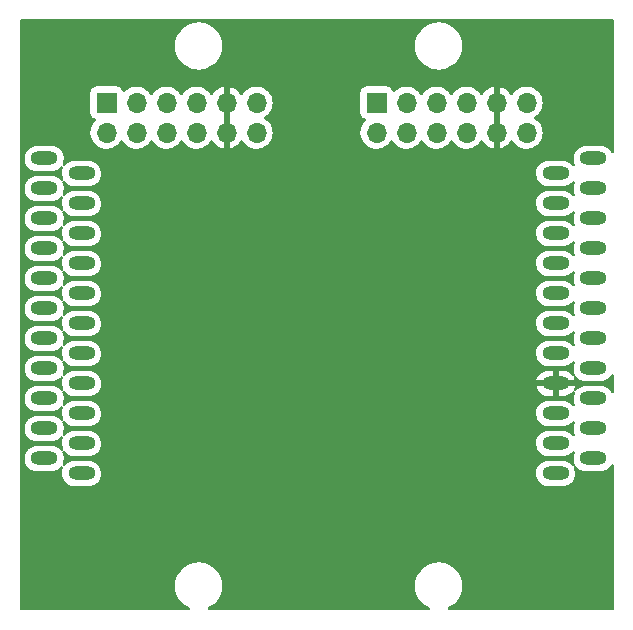
<source format=gbr>
%TF.GenerationSoftware,KiCad,Pcbnew,(5.99.0-10520-g1b9a8564af)*%
%TF.CreationDate,2021-07-21T11:30:59-07:00*%
%TF.ProjectId,cfc_emulator,6366635f-656d-4756-9c61-746f722e6b69,rev?*%
%TF.SameCoordinates,Original*%
%TF.FileFunction,Copper,L2,Bot*%
%TF.FilePolarity,Positive*%
%FSLAX46Y46*%
G04 Gerber Fmt 4.6, Leading zero omitted, Abs format (unit mm)*
G04 Created by KiCad (PCBNEW (5.99.0-10520-g1b9a8564af)) date 2021-07-21 11:30:59*
%MOMM*%
%LPD*%
G01*
G04 APERTURE LIST*
%TA.AperFunction,ComponentPad*%
%ADD10R,1.700000X1.700000*%
%TD*%
%TA.AperFunction,ComponentPad*%
%ADD11O,1.700000X1.700000*%
%TD*%
%TA.AperFunction,ComponentPad*%
%ADD12O,2.286000X1.143000*%
%TD*%
%TA.AperFunction,ViaPad*%
%ADD13C,0.800000*%
%TD*%
G04 APERTURE END LIST*
D10*
%TO.P,J3,1,Pin_1*%
%TO.N,/TXCLK*%
X165201600Y-71443600D03*
D11*
%TO.P,J3,2,Pin_2*%
%TO.N,unconnected-(J3-Pad2)*%
X167741600Y-71443600D03*
%TO.P,J3,3,Pin_3*%
%TO.N,unconnected-(J3-Pad3)*%
X170281600Y-71443600D03*
%TO.P,J3,4,Pin_4*%
%TO.N,unconnected-(J3-Pad4)*%
X172821600Y-71443600D03*
%TO.P,J3,5,Pin_5*%
%TO.N,GND*%
X175361600Y-71443600D03*
%TO.P,J3,6,Pin_6*%
%TO.N,unconnected-(J3-Pad6)*%
X177901600Y-71443600D03*
%TO.P,J3,7,Pin_7*%
%TO.N,unconnected-(J3-Pad7)*%
X165201600Y-73983600D03*
%TO.P,J3,8,Pin_8*%
%TO.N,/SDOUT*%
X167741600Y-73983600D03*
%TO.P,J3,9,Pin_9*%
%TO.N,/SDIN*%
X170281600Y-73983600D03*
%TO.P,J3,10,Pin_10*%
%TO.N,/SDCLK*%
X172821600Y-73983600D03*
%TO.P,J3,11,Pin_11*%
%TO.N,GND*%
X175361600Y-73983600D03*
%TO.P,J3,12,Pin_12*%
%TO.N,unconnected-(J3-Pad12)*%
X177901600Y-73983600D03*
%TD*%
D10*
%TO.P,J2,1,Pin_1*%
%TO.N,/TXIN0*%
X142341600Y-71443600D03*
D11*
%TO.P,J2,2,Pin_2*%
%TO.N,/TXIN1*%
X144881600Y-71443600D03*
%TO.P,J2,3,Pin_3*%
%TO.N,/TXIN2*%
X147421600Y-71443600D03*
%TO.P,J2,4,Pin_4*%
%TO.N,/TXIN3*%
X149961600Y-71443600D03*
%TO.P,J2,5,Pin_5*%
%TO.N,GND*%
X152501600Y-71443600D03*
%TO.P,J2,6,Pin_6*%
%TO.N,unconnected-(J2-Pad6)*%
X155041600Y-71443600D03*
%TO.P,J2,7,Pin_7*%
%TO.N,/TXIN4*%
X142341600Y-73983600D03*
%TO.P,J2,8,Pin_8*%
%TO.N,/TXIN5*%
X144881600Y-73983600D03*
%TO.P,J2,9,Pin_9*%
%TO.N,/TXIN6*%
X147421600Y-73983600D03*
%TO.P,J2,10,Pin_10*%
%TO.N,/TXIN7*%
X149961600Y-73983600D03*
%TO.P,J2,11,Pin_11*%
%TO.N,GND*%
X152501600Y-73983600D03*
%TO.P,J2,12,Pin_12*%
%TO.N,unconnected-(J2-Pad12)*%
X155041600Y-73983600D03*
%TD*%
D12*
%TO.P,J1,1,THERM+*%
%TO.N,unconnected-(J1-Pad1)*%
X137058400Y-76174600D03*
%TO.P,J1,2*%
%TO.N,N/C*%
X140233400Y-77444600D03*
%TO.P,J1,3*%
X137058400Y-78714600D03*
%TO.P,J1,4*%
X140233400Y-79984600D03*
%TO.P,J1,5,VPOUT-0.9V*%
%TO.N,unconnected-(J1-Pad5)*%
X137058400Y-81254600D03*
%TO.P,J1,6,VNOUT*%
%TO.N,unconnected-(J1-Pad6)*%
X140233400Y-82524600D03*
%TO.P,J1,7,OUT4P*%
%TO.N,unconnected-(J1-Pad7)*%
X137058400Y-83794600D03*
%TO.P,J1,8,OUT4N*%
%TO.N,unconnected-(J1-Pad8)*%
X140233400Y-85064600D03*
%TO.P,J1,9,OUT3P*%
%TO.N,unconnected-(J1-Pad9)*%
X137058400Y-86334600D03*
%TO.P,J1,10,OUT3N*%
%TO.N,unconnected-(J1-Pad10)*%
X140233400Y-87604600D03*
%TO.P,J1,11,OUT2P*%
%TO.N,unconnected-(J1-Pad11)*%
X137058400Y-88874600D03*
%TO.P,J1,12,OUT2N*%
%TO.N,unconnected-(J1-Pad12)*%
X140233400Y-90144600D03*
%TO.P,J1,13,OUT1P*%
%TO.N,/LVDS0-*%
X137058400Y-91414600D03*
%TO.P,J1,14,OUT1N*%
%TO.N,/LVDS0+*%
X140233400Y-92684600D03*
%TO.P,J1,15,TXCLKP*%
%TO.N,/LVDSCLK-*%
X137058400Y-93954600D03*
%TO.P,J1,16,TXCLKN*%
%TO.N,/LVDSCLK+*%
X140233400Y-95224600D03*
%TO.P,J1,17,VN*%
%TO.N,unconnected-(J1-Pad17)*%
X137058400Y-96494600D03*
%TO.P,J1,18,VPL-1.6V*%
%TO.N,unconnected-(J1-Pad18)*%
X140233400Y-97764600D03*
%TO.P,J1,19,VPH-3.3V*%
%TO.N,+3V3*%
X137058400Y-99034600D03*
%TO.P,J1,20,REFCLK*%
%TO.N,unconnected-(J1-Pad20)*%
X140233400Y-100304600D03*
%TO.P,J1,21,JAMSYNC*%
%TO.N,unconnected-(J1-Pad21)*%
X137058400Y-101574600D03*
%TO.P,J1,22,TEC-*%
%TO.N,unconnected-(J1-Pad22)*%
X140233400Y-102844600D03*
%TO.P,J1,23,TEC+*%
%TO.N,unconnected-(J1-Pad23)*%
X180365400Y-102844600D03*
%TO.P,J1,24,ABITOUT*%
%TO.N,unconnected-(J1-Pad24)*%
X183540400Y-101574600D03*
%TO.P,J1,25,SDIN*%
%TO.N,/SDIN*%
X180365400Y-100304600D03*
%TO.P,J1,26,SDCLK*%
%TO.N,/SDCLK*%
X183540400Y-99034600D03*
%TO.P,J1,27,SDOUT*%
%TO.N,/SDOUT*%
X180365400Y-97764600D03*
%TO.P,J1,28*%
%TO.N,N/C*%
X183540400Y-96494600D03*
%TO.P,J1,29,VGND*%
%TO.N,GND*%
X180365400Y-95224600D03*
%TO.P,J1,30,VPOS-3.3V*%
%TO.N,unconnected-(J1-Pad30)*%
X183540400Y-93954600D03*
%TO.P,J1,31,VDETCOM~~2.9V*%
%TO.N,unconnected-(J1-Pad31)*%
X180365400Y-92684600D03*
%TO.P,J1,32*%
%TO.N,N/C*%
X183540400Y-91414600D03*
%TO.P,J1,33*%
X180365400Y-90144600D03*
%TO.P,J1,34*%
X183540400Y-88874600D03*
%TO.P,J1,35*%
X180365400Y-87604600D03*
%TO.P,J1,36*%
X183540400Y-86334600D03*
%TO.P,J1,37*%
X180365400Y-85064600D03*
%TO.P,J1,38*%
X183540400Y-83794600D03*
%TO.P,J1,39*%
X180365400Y-82524600D03*
%TO.P,J1,40*%
X183540400Y-81254600D03*
%TO.P,J1,41*%
X180365400Y-79984600D03*
%TO.P,J1,42*%
X183540400Y-78714600D03*
%TO.P,J1,43*%
X180365400Y-77444600D03*
%TO.P,J1,44,THERM-*%
%TO.N,unconnected-(J1-Pad44)*%
X183540400Y-76174600D03*
%TD*%
D13*
%TO.N,GND*%
X163220400Y-86969600D03*
X152857200Y-92735400D03*
X164515800Y-95554800D03*
X149682200Y-82016600D03*
X147574000Y-80772000D03*
X152781000Y-97840800D03*
X148259800Y-98196400D03*
X166141400Y-95783400D03*
X148158200Y-93395800D03*
X167614600Y-94437200D03*
X149377400Y-80366780D03*
X151638000Y-98882200D03*
X149758400Y-99364800D03*
X165887400Y-86156800D03*
X147624800Y-89179400D03*
X164261800Y-86995000D03*
X167284400Y-87579200D03*
X151765000Y-93751400D03*
%TD*%
%TA.AperFunction,Conductor*%
%TO.N,GND*%
G36*
X185235121Y-64409002D02*
G01*
X185281614Y-64462658D01*
X185293000Y-64515000D01*
X185293000Y-75581270D01*
X185272998Y-75649391D01*
X185219342Y-75695884D01*
X185149068Y-75705988D01*
X185084488Y-75676494D01*
X185057771Y-75644079D01*
X185054963Y-75639196D01*
X185052483Y-75633741D01*
X184933240Y-75465639D01*
X184928905Y-75461489D01*
X184788696Y-75327268D01*
X184788691Y-75327264D01*
X184784360Y-75323118D01*
X184779323Y-75319866D01*
X184779321Y-75319864D01*
X184676918Y-75253743D01*
X184611217Y-75211320D01*
X184501723Y-75167193D01*
X184425626Y-75136525D01*
X184425623Y-75136524D01*
X184420057Y-75134281D01*
X184217777Y-75094778D01*
X184214137Y-75094600D01*
X182916494Y-75094600D01*
X182763731Y-75109175D01*
X182757977Y-75110863D01*
X182571719Y-75165505D01*
X182571717Y-75165506D01*
X182565966Y-75167193D01*
X182560634Y-75169939D01*
X182560632Y-75169940D01*
X182388070Y-75258815D01*
X182388067Y-75258817D01*
X182382739Y-75261561D01*
X182220663Y-75388874D01*
X182085585Y-75544537D01*
X181982379Y-75722935D01*
X181914769Y-75917631D01*
X181885195Y-76121598D01*
X181894724Y-76327478D01*
X181896128Y-76333303D01*
X181896128Y-76333304D01*
X181921828Y-76439940D01*
X181943012Y-76527841D01*
X181945496Y-76533305D01*
X181945497Y-76533307D01*
X181989425Y-76629921D01*
X181999413Y-76700212D01*
X181969812Y-76764744D01*
X181910022Y-76803028D01*
X181839026Y-76802910D01*
X181779364Y-76764427D01*
X181771956Y-76754974D01*
X181761712Y-76740533D01*
X181761710Y-76740530D01*
X181758240Y-76735639D01*
X181742265Y-76720346D01*
X181613696Y-76597268D01*
X181613691Y-76597264D01*
X181609360Y-76593118D01*
X181604323Y-76589866D01*
X181604321Y-76589864D01*
X181516730Y-76533307D01*
X181436217Y-76481320D01*
X181326723Y-76437193D01*
X181250626Y-76406525D01*
X181250623Y-76406524D01*
X181245057Y-76404281D01*
X181042777Y-76364778D01*
X181039137Y-76364600D01*
X179741494Y-76364600D01*
X179588731Y-76379175D01*
X179582977Y-76380863D01*
X179396719Y-76435505D01*
X179396717Y-76435506D01*
X179390966Y-76437193D01*
X179385634Y-76439939D01*
X179385632Y-76439940D01*
X179213070Y-76528815D01*
X179213067Y-76528817D01*
X179207739Y-76531561D01*
X179045663Y-76658874D01*
X179041732Y-76663404D01*
X179041731Y-76663405D01*
X179001294Y-76710004D01*
X178910585Y-76814537D01*
X178807379Y-76992935D01*
X178739769Y-77187631D01*
X178738908Y-77193566D01*
X178738908Y-77193568D01*
X178732090Y-77240595D01*
X178710195Y-77391598D01*
X178719724Y-77597478D01*
X178721128Y-77603303D01*
X178721128Y-77603304D01*
X178746828Y-77709940D01*
X178768012Y-77797841D01*
X178770494Y-77803299D01*
X178770495Y-77803303D01*
X178810186Y-77890597D01*
X178853317Y-77985459D01*
X178972560Y-78153561D01*
X178976894Y-78157710D01*
X178976895Y-78157711D01*
X179117104Y-78291932D01*
X179117109Y-78291936D01*
X179121440Y-78296082D01*
X179126477Y-78299334D01*
X179126479Y-78299336D01*
X179183059Y-78335869D01*
X179294583Y-78407880D01*
X179300149Y-78410123D01*
X179480174Y-78482675D01*
X179480177Y-78482676D01*
X179485743Y-78484919D01*
X179688023Y-78524422D01*
X179691663Y-78524600D01*
X180989306Y-78524600D01*
X181142069Y-78510025D01*
X181147823Y-78508337D01*
X181334081Y-78453695D01*
X181334083Y-78453694D01*
X181339834Y-78452007D01*
X181425512Y-78407880D01*
X181517730Y-78360385D01*
X181517733Y-78360383D01*
X181523061Y-78357639D01*
X181685137Y-78230326D01*
X181721009Y-78188988D01*
X181772451Y-78129706D01*
X181832204Y-78091365D01*
X181903201Y-78091416D01*
X181962900Y-78129843D01*
X181992346Y-78194445D01*
X181982461Y-78262794D01*
X181982379Y-78262935D01*
X181914769Y-78457631D01*
X181913908Y-78463566D01*
X181913908Y-78463568D01*
X181907090Y-78510595D01*
X181885195Y-78661598D01*
X181894724Y-78867478D01*
X181896128Y-78873303D01*
X181896128Y-78873304D01*
X181921828Y-78979940D01*
X181943012Y-79067841D01*
X181945496Y-79073305D01*
X181945497Y-79073307D01*
X181989425Y-79169921D01*
X181999413Y-79240212D01*
X181969812Y-79304744D01*
X181910022Y-79343028D01*
X181839026Y-79342910D01*
X181779364Y-79304427D01*
X181771956Y-79294974D01*
X181761712Y-79280533D01*
X181761710Y-79280530D01*
X181758240Y-79275639D01*
X181742265Y-79260346D01*
X181613696Y-79137268D01*
X181613691Y-79137264D01*
X181609360Y-79133118D01*
X181604323Y-79129866D01*
X181604321Y-79129864D01*
X181516730Y-79073307D01*
X181436217Y-79021320D01*
X181326723Y-78977193D01*
X181250626Y-78946525D01*
X181250623Y-78946524D01*
X181245057Y-78944281D01*
X181042777Y-78904778D01*
X181039137Y-78904600D01*
X179741494Y-78904600D01*
X179588731Y-78919175D01*
X179582977Y-78920863D01*
X179396719Y-78975505D01*
X179396717Y-78975506D01*
X179390966Y-78977193D01*
X179385634Y-78979939D01*
X179385632Y-78979940D01*
X179213070Y-79068815D01*
X179213067Y-79068817D01*
X179207739Y-79071561D01*
X179045663Y-79198874D01*
X179041732Y-79203404D01*
X179041731Y-79203405D01*
X179001294Y-79250004D01*
X178910585Y-79354537D01*
X178807379Y-79532935D01*
X178739769Y-79727631D01*
X178738908Y-79733566D01*
X178738908Y-79733568D01*
X178732090Y-79780595D01*
X178710195Y-79931598D01*
X178719724Y-80137478D01*
X178721128Y-80143303D01*
X178721128Y-80143304D01*
X178746828Y-80249940D01*
X178768012Y-80337841D01*
X178770494Y-80343299D01*
X178770495Y-80343303D01*
X178810186Y-80430597D01*
X178853317Y-80525459D01*
X178972560Y-80693561D01*
X178976894Y-80697710D01*
X178976895Y-80697711D01*
X179117104Y-80831932D01*
X179117109Y-80831936D01*
X179121440Y-80836082D01*
X179126477Y-80839334D01*
X179126479Y-80839336D01*
X179183059Y-80875869D01*
X179294583Y-80947880D01*
X179300149Y-80950123D01*
X179480174Y-81022675D01*
X179480177Y-81022676D01*
X179485743Y-81024919D01*
X179688023Y-81064422D01*
X179691663Y-81064600D01*
X180989306Y-81064600D01*
X181142069Y-81050025D01*
X181147823Y-81048337D01*
X181334081Y-80993695D01*
X181334083Y-80993694D01*
X181339834Y-80992007D01*
X181425512Y-80947880D01*
X181517730Y-80900385D01*
X181517733Y-80900383D01*
X181523061Y-80897639D01*
X181685137Y-80770326D01*
X181721009Y-80728988D01*
X181772451Y-80669706D01*
X181832204Y-80631365D01*
X181903201Y-80631416D01*
X181962900Y-80669843D01*
X181992346Y-80734445D01*
X181982461Y-80802794D01*
X181982379Y-80802935D01*
X181914769Y-80997631D01*
X181913908Y-81003566D01*
X181913908Y-81003568D01*
X181907090Y-81050595D01*
X181885195Y-81201598D01*
X181894724Y-81407478D01*
X181896128Y-81413303D01*
X181896128Y-81413304D01*
X181921828Y-81519940D01*
X181943012Y-81607841D01*
X181945496Y-81613305D01*
X181945497Y-81613307D01*
X181989425Y-81709921D01*
X181999413Y-81780212D01*
X181969812Y-81844744D01*
X181910022Y-81883028D01*
X181839026Y-81882910D01*
X181779364Y-81844427D01*
X181771956Y-81834974D01*
X181761712Y-81820533D01*
X181761710Y-81820530D01*
X181758240Y-81815639D01*
X181742265Y-81800346D01*
X181613696Y-81677268D01*
X181613691Y-81677264D01*
X181609360Y-81673118D01*
X181604323Y-81669866D01*
X181604321Y-81669864D01*
X181516730Y-81613307D01*
X181436217Y-81561320D01*
X181326723Y-81517193D01*
X181250626Y-81486525D01*
X181250623Y-81486524D01*
X181245057Y-81484281D01*
X181042777Y-81444778D01*
X181039137Y-81444600D01*
X179741494Y-81444600D01*
X179588731Y-81459175D01*
X179582977Y-81460863D01*
X179396719Y-81515505D01*
X179396717Y-81515506D01*
X179390966Y-81517193D01*
X179385634Y-81519939D01*
X179385632Y-81519940D01*
X179213070Y-81608815D01*
X179213067Y-81608817D01*
X179207739Y-81611561D01*
X179045663Y-81738874D01*
X179041732Y-81743404D01*
X179041731Y-81743405D01*
X179001294Y-81790004D01*
X178910585Y-81894537D01*
X178807379Y-82072935D01*
X178739769Y-82267631D01*
X178738908Y-82273566D01*
X178738908Y-82273568D01*
X178732090Y-82320595D01*
X178710195Y-82471598D01*
X178719724Y-82677478D01*
X178721128Y-82683303D01*
X178721128Y-82683304D01*
X178746828Y-82789940D01*
X178768012Y-82877841D01*
X178770494Y-82883299D01*
X178770495Y-82883303D01*
X178810186Y-82970597D01*
X178853317Y-83065459D01*
X178972560Y-83233561D01*
X178976894Y-83237710D01*
X178976895Y-83237711D01*
X179117104Y-83371932D01*
X179117109Y-83371936D01*
X179121440Y-83376082D01*
X179126477Y-83379334D01*
X179126479Y-83379336D01*
X179183059Y-83415869D01*
X179294583Y-83487880D01*
X179300149Y-83490123D01*
X179480174Y-83562675D01*
X179480177Y-83562676D01*
X179485743Y-83564919D01*
X179688023Y-83604422D01*
X179691663Y-83604600D01*
X180989306Y-83604600D01*
X181142069Y-83590025D01*
X181147823Y-83588337D01*
X181334081Y-83533695D01*
X181334083Y-83533694D01*
X181339834Y-83532007D01*
X181425512Y-83487880D01*
X181517730Y-83440385D01*
X181517733Y-83440383D01*
X181523061Y-83437639D01*
X181685137Y-83310326D01*
X181721009Y-83268988D01*
X181772451Y-83209706D01*
X181832204Y-83171365D01*
X181903201Y-83171416D01*
X181962900Y-83209843D01*
X181992346Y-83274445D01*
X181982461Y-83342794D01*
X181982379Y-83342935D01*
X181914769Y-83537631D01*
X181913908Y-83543566D01*
X181913908Y-83543568D01*
X181907090Y-83590595D01*
X181885195Y-83741598D01*
X181894724Y-83947478D01*
X181896128Y-83953303D01*
X181896128Y-83953304D01*
X181921828Y-84059940D01*
X181943012Y-84147841D01*
X181945496Y-84153305D01*
X181945497Y-84153307D01*
X181989425Y-84249921D01*
X181999413Y-84320212D01*
X181969812Y-84384744D01*
X181910022Y-84423028D01*
X181839026Y-84422910D01*
X181779364Y-84384427D01*
X181771956Y-84374974D01*
X181761712Y-84360533D01*
X181761710Y-84360530D01*
X181758240Y-84355639D01*
X181742265Y-84340346D01*
X181613696Y-84217268D01*
X181613691Y-84217264D01*
X181609360Y-84213118D01*
X181604323Y-84209866D01*
X181604321Y-84209864D01*
X181516730Y-84153307D01*
X181436217Y-84101320D01*
X181326723Y-84057193D01*
X181250626Y-84026525D01*
X181250623Y-84026524D01*
X181245057Y-84024281D01*
X181042777Y-83984778D01*
X181039137Y-83984600D01*
X179741494Y-83984600D01*
X179588731Y-83999175D01*
X179582977Y-84000863D01*
X179396719Y-84055505D01*
X179396717Y-84055506D01*
X179390966Y-84057193D01*
X179385634Y-84059939D01*
X179385632Y-84059940D01*
X179213070Y-84148815D01*
X179213067Y-84148817D01*
X179207739Y-84151561D01*
X179045663Y-84278874D01*
X179041732Y-84283404D01*
X179041731Y-84283405D01*
X179001294Y-84330004D01*
X178910585Y-84434537D01*
X178807379Y-84612935D01*
X178739769Y-84807631D01*
X178738908Y-84813566D01*
X178738908Y-84813568D01*
X178732090Y-84860595D01*
X178710195Y-85011598D01*
X178719724Y-85217478D01*
X178721128Y-85223303D01*
X178721128Y-85223304D01*
X178746828Y-85329940D01*
X178768012Y-85417841D01*
X178770494Y-85423299D01*
X178770495Y-85423303D01*
X178810186Y-85510597D01*
X178853317Y-85605459D01*
X178972560Y-85773561D01*
X178976894Y-85777710D01*
X178976895Y-85777711D01*
X179117104Y-85911932D01*
X179117109Y-85911936D01*
X179121440Y-85916082D01*
X179126477Y-85919334D01*
X179126479Y-85919336D01*
X179183059Y-85955869D01*
X179294583Y-86027880D01*
X179300149Y-86030123D01*
X179480174Y-86102675D01*
X179480177Y-86102676D01*
X179485743Y-86104919D01*
X179688023Y-86144422D01*
X179691663Y-86144600D01*
X180989306Y-86144600D01*
X181142069Y-86130025D01*
X181147823Y-86128337D01*
X181334081Y-86073695D01*
X181334083Y-86073694D01*
X181339834Y-86072007D01*
X181425512Y-86027880D01*
X181517730Y-85980385D01*
X181517733Y-85980383D01*
X181523061Y-85977639D01*
X181685137Y-85850326D01*
X181721009Y-85808988D01*
X181772451Y-85749706D01*
X181832204Y-85711365D01*
X181903201Y-85711416D01*
X181962900Y-85749843D01*
X181992346Y-85814445D01*
X181982461Y-85882794D01*
X181982379Y-85882935D01*
X181914769Y-86077631D01*
X181913908Y-86083566D01*
X181913908Y-86083568D01*
X181907090Y-86130595D01*
X181885195Y-86281598D01*
X181894724Y-86487478D01*
X181896128Y-86493303D01*
X181896128Y-86493304D01*
X181921828Y-86599940D01*
X181943012Y-86687841D01*
X181945496Y-86693305D01*
X181945497Y-86693307D01*
X181989425Y-86789921D01*
X181999413Y-86860212D01*
X181969812Y-86924744D01*
X181910022Y-86963028D01*
X181839026Y-86962910D01*
X181779364Y-86924427D01*
X181771956Y-86914974D01*
X181761712Y-86900533D01*
X181761710Y-86900530D01*
X181758240Y-86895639D01*
X181742265Y-86880346D01*
X181613696Y-86757268D01*
X181613691Y-86757264D01*
X181609360Y-86753118D01*
X181604323Y-86749866D01*
X181604321Y-86749864D01*
X181516730Y-86693307D01*
X181436217Y-86641320D01*
X181326723Y-86597193D01*
X181250626Y-86566525D01*
X181250623Y-86566524D01*
X181245057Y-86564281D01*
X181042777Y-86524778D01*
X181039137Y-86524600D01*
X179741494Y-86524600D01*
X179588731Y-86539175D01*
X179582977Y-86540863D01*
X179396719Y-86595505D01*
X179396717Y-86595506D01*
X179390966Y-86597193D01*
X179385634Y-86599939D01*
X179385632Y-86599940D01*
X179213070Y-86688815D01*
X179213067Y-86688817D01*
X179207739Y-86691561D01*
X179045663Y-86818874D01*
X179041732Y-86823404D01*
X179041731Y-86823405D01*
X179001294Y-86870004D01*
X178910585Y-86974537D01*
X178807379Y-87152935D01*
X178739769Y-87347631D01*
X178738908Y-87353566D01*
X178738908Y-87353568D01*
X178732090Y-87400595D01*
X178710195Y-87551598D01*
X178719724Y-87757478D01*
X178721128Y-87763303D01*
X178721128Y-87763304D01*
X178746828Y-87869940D01*
X178768012Y-87957841D01*
X178770494Y-87963299D01*
X178770495Y-87963303D01*
X178810186Y-88050597D01*
X178853317Y-88145459D01*
X178972560Y-88313561D01*
X178976894Y-88317710D01*
X178976895Y-88317711D01*
X179117104Y-88451932D01*
X179117109Y-88451936D01*
X179121440Y-88456082D01*
X179126477Y-88459334D01*
X179126479Y-88459336D01*
X179183059Y-88495869D01*
X179294583Y-88567880D01*
X179300149Y-88570123D01*
X179480174Y-88642675D01*
X179480177Y-88642676D01*
X179485743Y-88644919D01*
X179688023Y-88684422D01*
X179691663Y-88684600D01*
X180989306Y-88684600D01*
X181142069Y-88670025D01*
X181147823Y-88668337D01*
X181334081Y-88613695D01*
X181334083Y-88613694D01*
X181339834Y-88612007D01*
X181425512Y-88567880D01*
X181517730Y-88520385D01*
X181517733Y-88520383D01*
X181523061Y-88517639D01*
X181685137Y-88390326D01*
X181721009Y-88348988D01*
X181772451Y-88289706D01*
X181832204Y-88251365D01*
X181903201Y-88251416D01*
X181962900Y-88289843D01*
X181992346Y-88354445D01*
X181982461Y-88422794D01*
X181982379Y-88422935D01*
X181914769Y-88617631D01*
X181913908Y-88623566D01*
X181913908Y-88623568D01*
X181907090Y-88670595D01*
X181885195Y-88821598D01*
X181894724Y-89027478D01*
X181896128Y-89033303D01*
X181896128Y-89033304D01*
X181921828Y-89139940D01*
X181943012Y-89227841D01*
X181945496Y-89233305D01*
X181945497Y-89233307D01*
X181989425Y-89329921D01*
X181999413Y-89400212D01*
X181969812Y-89464744D01*
X181910022Y-89503028D01*
X181839026Y-89502910D01*
X181779364Y-89464427D01*
X181771956Y-89454974D01*
X181761712Y-89440533D01*
X181761710Y-89440530D01*
X181758240Y-89435639D01*
X181742265Y-89420346D01*
X181613696Y-89297268D01*
X181613691Y-89297264D01*
X181609360Y-89293118D01*
X181604323Y-89289866D01*
X181604321Y-89289864D01*
X181516730Y-89233307D01*
X181436217Y-89181320D01*
X181326723Y-89137193D01*
X181250626Y-89106525D01*
X181250623Y-89106524D01*
X181245057Y-89104281D01*
X181042777Y-89064778D01*
X181039137Y-89064600D01*
X179741494Y-89064600D01*
X179588731Y-89079175D01*
X179582977Y-89080863D01*
X179396719Y-89135505D01*
X179396717Y-89135506D01*
X179390966Y-89137193D01*
X179385634Y-89139939D01*
X179385632Y-89139940D01*
X179213070Y-89228815D01*
X179213067Y-89228817D01*
X179207739Y-89231561D01*
X179045663Y-89358874D01*
X179041732Y-89363404D01*
X179041731Y-89363405D01*
X179001294Y-89410004D01*
X178910585Y-89514537D01*
X178807379Y-89692935D01*
X178739769Y-89887631D01*
X178738908Y-89893566D01*
X178738908Y-89893568D01*
X178732090Y-89940595D01*
X178710195Y-90091598D01*
X178719724Y-90297478D01*
X178721128Y-90303303D01*
X178721128Y-90303304D01*
X178746828Y-90409940D01*
X178768012Y-90497841D01*
X178770494Y-90503299D01*
X178770495Y-90503303D01*
X178810186Y-90590597D01*
X178853317Y-90685459D01*
X178972560Y-90853561D01*
X178976894Y-90857710D01*
X178976895Y-90857711D01*
X179117104Y-90991932D01*
X179117109Y-90991936D01*
X179121440Y-90996082D01*
X179126477Y-90999334D01*
X179126479Y-90999336D01*
X179183059Y-91035869D01*
X179294583Y-91107880D01*
X179300149Y-91110123D01*
X179480174Y-91182675D01*
X179480177Y-91182676D01*
X179485743Y-91184919D01*
X179688023Y-91224422D01*
X179691663Y-91224600D01*
X180989306Y-91224600D01*
X181142069Y-91210025D01*
X181147823Y-91208337D01*
X181334081Y-91153695D01*
X181334083Y-91153694D01*
X181339834Y-91152007D01*
X181425512Y-91107880D01*
X181517730Y-91060385D01*
X181517733Y-91060383D01*
X181523061Y-91057639D01*
X181685137Y-90930326D01*
X181721009Y-90888988D01*
X181772451Y-90829706D01*
X181832204Y-90791365D01*
X181903201Y-90791416D01*
X181962900Y-90829843D01*
X181992346Y-90894445D01*
X181982461Y-90962794D01*
X181982379Y-90962935D01*
X181914769Y-91157631D01*
X181913908Y-91163566D01*
X181913908Y-91163568D01*
X181907090Y-91210595D01*
X181885195Y-91361598D01*
X181894724Y-91567478D01*
X181896128Y-91573303D01*
X181896128Y-91573304D01*
X181921828Y-91679940D01*
X181943012Y-91767841D01*
X181945496Y-91773305D01*
X181945497Y-91773307D01*
X181989425Y-91869921D01*
X181999413Y-91940212D01*
X181969812Y-92004744D01*
X181910022Y-92043028D01*
X181839026Y-92042910D01*
X181779364Y-92004427D01*
X181771956Y-91994974D01*
X181761712Y-91980533D01*
X181761710Y-91980530D01*
X181758240Y-91975639D01*
X181742265Y-91960346D01*
X181613696Y-91837268D01*
X181613691Y-91837264D01*
X181609360Y-91833118D01*
X181604323Y-91829866D01*
X181604321Y-91829864D01*
X181516730Y-91773307D01*
X181436217Y-91721320D01*
X181326723Y-91677193D01*
X181250626Y-91646525D01*
X181250623Y-91646524D01*
X181245057Y-91644281D01*
X181042777Y-91604778D01*
X181039137Y-91604600D01*
X179741494Y-91604600D01*
X179588731Y-91619175D01*
X179582977Y-91620863D01*
X179396719Y-91675505D01*
X179396717Y-91675506D01*
X179390966Y-91677193D01*
X179385634Y-91679939D01*
X179385632Y-91679940D01*
X179213070Y-91768815D01*
X179213067Y-91768817D01*
X179207739Y-91771561D01*
X179045663Y-91898874D01*
X179041732Y-91903404D01*
X179041731Y-91903405D01*
X179001294Y-91950004D01*
X178910585Y-92054537D01*
X178807379Y-92232935D01*
X178739769Y-92427631D01*
X178738908Y-92433566D01*
X178738908Y-92433568D01*
X178732090Y-92480595D01*
X178710195Y-92631598D01*
X178719724Y-92837478D01*
X178721128Y-92843303D01*
X178721128Y-92843304D01*
X178746828Y-92949940D01*
X178768012Y-93037841D01*
X178770494Y-93043299D01*
X178770495Y-93043303D01*
X178810186Y-93130597D01*
X178853317Y-93225459D01*
X178972560Y-93393561D01*
X178976894Y-93397710D01*
X178976895Y-93397711D01*
X179117104Y-93531932D01*
X179117109Y-93531936D01*
X179121440Y-93536082D01*
X179126477Y-93539334D01*
X179126479Y-93539336D01*
X179183059Y-93575869D01*
X179294583Y-93647880D01*
X179300149Y-93650123D01*
X179480174Y-93722675D01*
X179480177Y-93722676D01*
X179485743Y-93724919D01*
X179688023Y-93764422D01*
X179691663Y-93764600D01*
X180989306Y-93764600D01*
X181142069Y-93750025D01*
X181147823Y-93748337D01*
X181334081Y-93693695D01*
X181334083Y-93693694D01*
X181339834Y-93692007D01*
X181425512Y-93647880D01*
X181517730Y-93600385D01*
X181517733Y-93600383D01*
X181523061Y-93597639D01*
X181685137Y-93470326D01*
X181721009Y-93428988D01*
X181772451Y-93369706D01*
X181832204Y-93331365D01*
X181903201Y-93331416D01*
X181962900Y-93369843D01*
X181992346Y-93434445D01*
X181982461Y-93502794D01*
X181982379Y-93502935D01*
X181914769Y-93697631D01*
X181913908Y-93703566D01*
X181913908Y-93703568D01*
X181907090Y-93750595D01*
X181885195Y-93901598D01*
X181894724Y-94107478D01*
X181896128Y-94113303D01*
X181896128Y-94113304D01*
X181921828Y-94219940D01*
X181943012Y-94307841D01*
X181945494Y-94313299D01*
X181945495Y-94313303D01*
X181990515Y-94412318D01*
X182000501Y-94482608D01*
X181970901Y-94547140D01*
X181911111Y-94585424D01*
X181840114Y-94585306D01*
X181780452Y-94546823D01*
X181773044Y-94537369D01*
X181761331Y-94520857D01*
X181753526Y-94511815D01*
X181613386Y-94377660D01*
X181604011Y-94370256D01*
X181441024Y-94265017D01*
X181430421Y-94259521D01*
X181250484Y-94187004D01*
X181239025Y-94183610D01*
X181047188Y-94146147D01*
X181038820Y-94145130D01*
X181037578Y-94145100D01*
X180637515Y-94145100D01*
X180622276Y-94149575D01*
X180621071Y-94150965D01*
X180619400Y-94158648D01*
X180619400Y-94952485D01*
X180623875Y-94967724D01*
X180625265Y-94968929D01*
X180632948Y-94970600D01*
X181968078Y-94970600D01*
X181981609Y-94966627D01*
X181982964Y-94957201D01*
X181963721Y-94877354D01*
X181959832Y-94866059D01*
X181914853Y-94767132D01*
X181904867Y-94696841D01*
X181934468Y-94632309D01*
X181994258Y-94594026D01*
X182065254Y-94594144D01*
X182124916Y-94632628D01*
X182132319Y-94642075D01*
X182147560Y-94663561D01*
X182151894Y-94667710D01*
X182151895Y-94667711D01*
X182292104Y-94801932D01*
X182292109Y-94801936D01*
X182296440Y-94806082D01*
X182301477Y-94809334D01*
X182301479Y-94809336D01*
X182358059Y-94845869D01*
X182469583Y-94917880D01*
X182475149Y-94920123D01*
X182655174Y-94992675D01*
X182655177Y-94992676D01*
X182660743Y-94994919D01*
X182863023Y-95034422D01*
X182866663Y-95034600D01*
X184164306Y-95034600D01*
X184317069Y-95020025D01*
X184322823Y-95018337D01*
X184509081Y-94963695D01*
X184509083Y-94963694D01*
X184514834Y-94962007D01*
X184520871Y-94958898D01*
X184692730Y-94870385D01*
X184692733Y-94870383D01*
X184698061Y-94867639D01*
X184860137Y-94740326D01*
X184995215Y-94584663D01*
X185057936Y-94476246D01*
X185109361Y-94427297D01*
X185179087Y-94413922D01*
X185244975Y-94440366D01*
X185286106Y-94498235D01*
X185293000Y-94539341D01*
X185293000Y-95901270D01*
X185272998Y-95969391D01*
X185219342Y-96015884D01*
X185149068Y-96025988D01*
X185084488Y-95996494D01*
X185057771Y-95964079D01*
X185054964Y-95959197D01*
X185052483Y-95953741D01*
X184933240Y-95785639D01*
X184906201Y-95759755D01*
X184788696Y-95647268D01*
X184788691Y-95647264D01*
X184784360Y-95643118D01*
X184779323Y-95639866D01*
X184779321Y-95639864D01*
X184684773Y-95578815D01*
X184611217Y-95531320D01*
X184513648Y-95491999D01*
X184425626Y-95456525D01*
X184425623Y-95456524D01*
X184420057Y-95454281D01*
X184217777Y-95414778D01*
X184214137Y-95414600D01*
X182916494Y-95414600D01*
X182763731Y-95429175D01*
X182757977Y-95430863D01*
X182571719Y-95485505D01*
X182571717Y-95485506D01*
X182565966Y-95487193D01*
X182560634Y-95489939D01*
X182560632Y-95489940D01*
X182388070Y-95578815D01*
X182388067Y-95578817D01*
X182382739Y-95581561D01*
X182220663Y-95708874D01*
X182132186Y-95810834D01*
X182072434Y-95849174D01*
X182001438Y-95849124D01*
X181941739Y-95810698D01*
X181912292Y-95746096D01*
X181922456Y-95675806D01*
X181924933Y-95670395D01*
X181987471Y-95490302D01*
X181986371Y-95482590D01*
X181972809Y-95478600D01*
X180637515Y-95478600D01*
X180622276Y-95483075D01*
X180621071Y-95484465D01*
X180619400Y-95492148D01*
X180619400Y-96285985D01*
X180623875Y-96301224D01*
X180625265Y-96302429D01*
X180632948Y-96304100D01*
X180986313Y-96304100D01*
X180992290Y-96303815D01*
X181135997Y-96290104D01*
X181147731Y-96287845D01*
X181333900Y-96233229D01*
X181344976Y-96228799D01*
X181517460Y-96139964D01*
X181527506Y-96133514D01*
X181680074Y-96013670D01*
X181688722Y-96005434D01*
X181773189Y-95908095D01*
X181832942Y-95869754D01*
X181903939Y-95869805D01*
X181963638Y-95908232D01*
X181993084Y-95972834D01*
X181983132Y-96041634D01*
X181982379Y-96042935D01*
X181980413Y-96048598D01*
X181980412Y-96048599D01*
X181969738Y-96079336D01*
X181914769Y-96237631D01*
X181913908Y-96243566D01*
X181913908Y-96243568D01*
X181905374Y-96302429D01*
X181885195Y-96441598D01*
X181894724Y-96647478D01*
X181896128Y-96653303D01*
X181896128Y-96653304D01*
X181921828Y-96759940D01*
X181943012Y-96847841D01*
X181945496Y-96853305D01*
X181945497Y-96853307D01*
X181989425Y-96949921D01*
X181999413Y-97020212D01*
X181969812Y-97084744D01*
X181910022Y-97123028D01*
X181839026Y-97122910D01*
X181779364Y-97084427D01*
X181771956Y-97074974D01*
X181761712Y-97060533D01*
X181761710Y-97060530D01*
X181758240Y-97055639D01*
X181742265Y-97040346D01*
X181613696Y-96917268D01*
X181613691Y-96917264D01*
X181609360Y-96913118D01*
X181604323Y-96909866D01*
X181604321Y-96909864D01*
X181516730Y-96853307D01*
X181436217Y-96801320D01*
X181326723Y-96757193D01*
X181250626Y-96726525D01*
X181250623Y-96726524D01*
X181245057Y-96724281D01*
X181042777Y-96684778D01*
X181039137Y-96684600D01*
X179741494Y-96684600D01*
X179588731Y-96699175D01*
X179582977Y-96700863D01*
X179396719Y-96755505D01*
X179396717Y-96755506D01*
X179390966Y-96757193D01*
X179385634Y-96759939D01*
X179385632Y-96759940D01*
X179213070Y-96848815D01*
X179213067Y-96848817D01*
X179207739Y-96851561D01*
X179045663Y-96978874D01*
X179041732Y-96983404D01*
X179041731Y-96983405D01*
X179001294Y-97030004D01*
X178910585Y-97134537D01*
X178807379Y-97312935D01*
X178739769Y-97507631D01*
X178738908Y-97513566D01*
X178738908Y-97513568D01*
X178732090Y-97560595D01*
X178710195Y-97711598D01*
X178719724Y-97917478D01*
X178721128Y-97923303D01*
X178721128Y-97923304D01*
X178746828Y-98029940D01*
X178768012Y-98117841D01*
X178770494Y-98123299D01*
X178770495Y-98123303D01*
X178810186Y-98210597D01*
X178853317Y-98305459D01*
X178972560Y-98473561D01*
X178976894Y-98477710D01*
X178976895Y-98477711D01*
X179117104Y-98611932D01*
X179117109Y-98611936D01*
X179121440Y-98616082D01*
X179126477Y-98619334D01*
X179126479Y-98619336D01*
X179183059Y-98655869D01*
X179294583Y-98727880D01*
X179300149Y-98730123D01*
X179480174Y-98802675D01*
X179480177Y-98802676D01*
X179485743Y-98804919D01*
X179688023Y-98844422D01*
X179691663Y-98844600D01*
X180989306Y-98844600D01*
X181142069Y-98830025D01*
X181147823Y-98828337D01*
X181334081Y-98773695D01*
X181334083Y-98773694D01*
X181339834Y-98772007D01*
X181425512Y-98727880D01*
X181517730Y-98680385D01*
X181517733Y-98680383D01*
X181523061Y-98677639D01*
X181685137Y-98550326D01*
X181721009Y-98508988D01*
X181772451Y-98449706D01*
X181832204Y-98411365D01*
X181903201Y-98411416D01*
X181962900Y-98449843D01*
X181992346Y-98514445D01*
X181982461Y-98582794D01*
X181982379Y-98582935D01*
X181914769Y-98777631D01*
X181913908Y-98783566D01*
X181913908Y-98783568D01*
X181907090Y-98830595D01*
X181885195Y-98981598D01*
X181894724Y-99187478D01*
X181896128Y-99193303D01*
X181896128Y-99193304D01*
X181921828Y-99299940D01*
X181943012Y-99387841D01*
X181945496Y-99393305D01*
X181945497Y-99393307D01*
X181989425Y-99489921D01*
X181999413Y-99560212D01*
X181969812Y-99624744D01*
X181910022Y-99663028D01*
X181839026Y-99662910D01*
X181779364Y-99624427D01*
X181771956Y-99614974D01*
X181761712Y-99600533D01*
X181761710Y-99600530D01*
X181758240Y-99595639D01*
X181742265Y-99580346D01*
X181613696Y-99457268D01*
X181613691Y-99457264D01*
X181609360Y-99453118D01*
X181604323Y-99449866D01*
X181604321Y-99449864D01*
X181516730Y-99393307D01*
X181436217Y-99341320D01*
X181326723Y-99297193D01*
X181250626Y-99266525D01*
X181250623Y-99266524D01*
X181245057Y-99264281D01*
X181042777Y-99224778D01*
X181039137Y-99224600D01*
X179741494Y-99224600D01*
X179588731Y-99239175D01*
X179582977Y-99240863D01*
X179396719Y-99295505D01*
X179396717Y-99295506D01*
X179390966Y-99297193D01*
X179385634Y-99299939D01*
X179385632Y-99299940D01*
X179213070Y-99388815D01*
X179213067Y-99388817D01*
X179207739Y-99391561D01*
X179045663Y-99518874D01*
X179041732Y-99523404D01*
X179041731Y-99523405D01*
X179001294Y-99570004D01*
X178910585Y-99674537D01*
X178807379Y-99852935D01*
X178739769Y-100047631D01*
X178738908Y-100053566D01*
X178738908Y-100053568D01*
X178732090Y-100100595D01*
X178710195Y-100251598D01*
X178719724Y-100457478D01*
X178721128Y-100463303D01*
X178721128Y-100463304D01*
X178746828Y-100569940D01*
X178768012Y-100657841D01*
X178770494Y-100663299D01*
X178770495Y-100663303D01*
X178810186Y-100750597D01*
X178853317Y-100845459D01*
X178972560Y-101013561D01*
X178976894Y-101017710D01*
X178976895Y-101017711D01*
X179117104Y-101151932D01*
X179117109Y-101151936D01*
X179121440Y-101156082D01*
X179126477Y-101159334D01*
X179126479Y-101159336D01*
X179183059Y-101195869D01*
X179294583Y-101267880D01*
X179300149Y-101270123D01*
X179480174Y-101342675D01*
X179480177Y-101342676D01*
X179485743Y-101344919D01*
X179688023Y-101384422D01*
X179691663Y-101384600D01*
X180989306Y-101384600D01*
X181142069Y-101370025D01*
X181147823Y-101368337D01*
X181334081Y-101313695D01*
X181334083Y-101313694D01*
X181339834Y-101312007D01*
X181425512Y-101267880D01*
X181517730Y-101220385D01*
X181517733Y-101220383D01*
X181523061Y-101217639D01*
X181685137Y-101090326D01*
X181721009Y-101048988D01*
X181772451Y-100989706D01*
X181832204Y-100951365D01*
X181903201Y-100951416D01*
X181962900Y-100989843D01*
X181992346Y-101054445D01*
X181982461Y-101122794D01*
X181982379Y-101122935D01*
X181914769Y-101317631D01*
X181913908Y-101323566D01*
X181913908Y-101323568D01*
X181907090Y-101370595D01*
X181885195Y-101521598D01*
X181894724Y-101727478D01*
X181896128Y-101733303D01*
X181896128Y-101733304D01*
X181921828Y-101839940D01*
X181943012Y-101927841D01*
X181945496Y-101933305D01*
X181945497Y-101933307D01*
X181989425Y-102029921D01*
X181999413Y-102100212D01*
X181969812Y-102164744D01*
X181910022Y-102203028D01*
X181839026Y-102202910D01*
X181779364Y-102164427D01*
X181771956Y-102154974D01*
X181761712Y-102140533D01*
X181761710Y-102140530D01*
X181758240Y-102135639D01*
X181742265Y-102120346D01*
X181613696Y-101997268D01*
X181613691Y-101997264D01*
X181609360Y-101993118D01*
X181604323Y-101989866D01*
X181604321Y-101989864D01*
X181516730Y-101933307D01*
X181436217Y-101881320D01*
X181326723Y-101837193D01*
X181250626Y-101806525D01*
X181250623Y-101806524D01*
X181245057Y-101804281D01*
X181042777Y-101764778D01*
X181039137Y-101764600D01*
X179741494Y-101764600D01*
X179588731Y-101779175D01*
X179582977Y-101780863D01*
X179396719Y-101835505D01*
X179396717Y-101835506D01*
X179390966Y-101837193D01*
X179385634Y-101839939D01*
X179385632Y-101839940D01*
X179213070Y-101928815D01*
X179213067Y-101928817D01*
X179207739Y-101931561D01*
X179045663Y-102058874D01*
X179041732Y-102063404D01*
X179041731Y-102063405D01*
X179001294Y-102110004D01*
X178910585Y-102214537D01*
X178807379Y-102392935D01*
X178739769Y-102587631D01*
X178738908Y-102593566D01*
X178738908Y-102593568D01*
X178732090Y-102640595D01*
X178710195Y-102791598D01*
X178719724Y-102997478D01*
X178768012Y-103197841D01*
X178853317Y-103385459D01*
X178972560Y-103553561D01*
X178976894Y-103557710D01*
X178976895Y-103557711D01*
X179117104Y-103691932D01*
X179117109Y-103691936D01*
X179121440Y-103696082D01*
X179126477Y-103699334D01*
X179126479Y-103699336D01*
X179183059Y-103735869D01*
X179294583Y-103807880D01*
X179300149Y-103810123D01*
X179480174Y-103882675D01*
X179480177Y-103882676D01*
X179485743Y-103884919D01*
X179688023Y-103924422D01*
X179691663Y-103924600D01*
X180989306Y-103924600D01*
X181142069Y-103910025D01*
X181147823Y-103908337D01*
X181334081Y-103853695D01*
X181334083Y-103853694D01*
X181339834Y-103852007D01*
X181425512Y-103807880D01*
X181517730Y-103760385D01*
X181517733Y-103760383D01*
X181523061Y-103757639D01*
X181685137Y-103630326D01*
X181820215Y-103474663D01*
X181923421Y-103296265D01*
X181991031Y-103101569D01*
X182020605Y-102897602D01*
X182011076Y-102691722D01*
X181962788Y-102491359D01*
X181931222Y-102421932D01*
X181916375Y-102389279D01*
X181906387Y-102318988D01*
X181935988Y-102254456D01*
X181995778Y-102216172D01*
X182066774Y-102216290D01*
X182126436Y-102254773D01*
X182133844Y-102264226D01*
X182144088Y-102278667D01*
X182147560Y-102283561D01*
X182151894Y-102287710D01*
X182151895Y-102287711D01*
X182292104Y-102421932D01*
X182292109Y-102421936D01*
X182296440Y-102426082D01*
X182301477Y-102429334D01*
X182301479Y-102429336D01*
X182358059Y-102465869D01*
X182469583Y-102537880D01*
X182475149Y-102540123D01*
X182655174Y-102612675D01*
X182655177Y-102612676D01*
X182660743Y-102614919D01*
X182863023Y-102654422D01*
X182866663Y-102654600D01*
X184164306Y-102654600D01*
X184317069Y-102640025D01*
X184322823Y-102638337D01*
X184509081Y-102583695D01*
X184509083Y-102583694D01*
X184514834Y-102582007D01*
X184600512Y-102537880D01*
X184692730Y-102490385D01*
X184692733Y-102490383D01*
X184698061Y-102487639D01*
X184860137Y-102360326D01*
X184896009Y-102318988D01*
X184982140Y-102219730D01*
X184995215Y-102204663D01*
X185057936Y-102096246D01*
X185109361Y-102047297D01*
X185179087Y-102033922D01*
X185244975Y-102060366D01*
X185286106Y-102118235D01*
X185293000Y-102159341D01*
X185293000Y-114301000D01*
X185272998Y-114369121D01*
X185219342Y-114415614D01*
X185167000Y-114427000D01*
X171330036Y-114427000D01*
X171261915Y-114406998D01*
X171215422Y-114353342D01*
X171205318Y-114283068D01*
X171234812Y-114218488D01*
X171276786Y-114186805D01*
X171454413Y-114103977D01*
X171454418Y-114103974D01*
X171459400Y-114101651D01*
X171463909Y-114098494D01*
X171740464Y-113904848D01*
X171740467Y-113904846D01*
X171744975Y-113901689D01*
X171991489Y-113655175D01*
X172191451Y-113369600D01*
X172193774Y-113364618D01*
X172193777Y-113364613D01*
X172336462Y-113058622D01*
X172336462Y-113058621D01*
X172338785Y-113053640D01*
X172429016Y-112716896D01*
X172459400Y-112369600D01*
X172429016Y-112022304D01*
X172338785Y-111685560D01*
X172336462Y-111680578D01*
X172193777Y-111374587D01*
X172193774Y-111374582D01*
X172191451Y-111369600D01*
X171991489Y-111084025D01*
X171744975Y-110837511D01*
X171740467Y-110834354D01*
X171740464Y-110834352D01*
X171463909Y-110640706D01*
X171463907Y-110640705D01*
X171459400Y-110637549D01*
X171454418Y-110635226D01*
X171454413Y-110635223D01*
X171148422Y-110492538D01*
X171148421Y-110492538D01*
X171143440Y-110490215D01*
X171138132Y-110488793D01*
X171138130Y-110488792D01*
X171032895Y-110460594D01*
X170806696Y-110399984D01*
X170459400Y-110369600D01*
X170112104Y-110399984D01*
X169885905Y-110460594D01*
X169780670Y-110488792D01*
X169780668Y-110488793D01*
X169775360Y-110490215D01*
X169770379Y-110492538D01*
X169770378Y-110492538D01*
X169464387Y-110635223D01*
X169464382Y-110635226D01*
X169459400Y-110637549D01*
X169454893Y-110640705D01*
X169454891Y-110640706D01*
X169178336Y-110834352D01*
X169178333Y-110834354D01*
X169173825Y-110837511D01*
X168927311Y-111084025D01*
X168727349Y-111369600D01*
X168725026Y-111374582D01*
X168725023Y-111374587D01*
X168582338Y-111680578D01*
X168580015Y-111685560D01*
X168489784Y-112022304D01*
X168459400Y-112369600D01*
X168489784Y-112716896D01*
X168580015Y-113053640D01*
X168582338Y-113058621D01*
X168582338Y-113058622D01*
X168725023Y-113364613D01*
X168725026Y-113364618D01*
X168727349Y-113369600D01*
X168927311Y-113655175D01*
X169173825Y-113901689D01*
X169178333Y-113904846D01*
X169178336Y-113904848D01*
X169454891Y-114098494D01*
X169459400Y-114101651D01*
X169464382Y-114103974D01*
X169464387Y-114103977D01*
X169642014Y-114186805D01*
X169695299Y-114233722D01*
X169714760Y-114301999D01*
X169694218Y-114369959D01*
X169640196Y-114416025D01*
X169588764Y-114427000D01*
X151010036Y-114427000D01*
X150941915Y-114406998D01*
X150895422Y-114353342D01*
X150885318Y-114283068D01*
X150914812Y-114218488D01*
X150956786Y-114186805D01*
X151134413Y-114103977D01*
X151134418Y-114103974D01*
X151139400Y-114101651D01*
X151143909Y-114098494D01*
X151420464Y-113904848D01*
X151420467Y-113904846D01*
X151424975Y-113901689D01*
X151671489Y-113655175D01*
X151871451Y-113369600D01*
X151873774Y-113364618D01*
X151873777Y-113364613D01*
X152016462Y-113058622D01*
X152016462Y-113058621D01*
X152018785Y-113053640D01*
X152109016Y-112716896D01*
X152139400Y-112369600D01*
X152109016Y-112022304D01*
X152018785Y-111685560D01*
X152016462Y-111680578D01*
X151873777Y-111374587D01*
X151873774Y-111374582D01*
X151871451Y-111369600D01*
X151671489Y-111084025D01*
X151424975Y-110837511D01*
X151420467Y-110834354D01*
X151420464Y-110834352D01*
X151143909Y-110640706D01*
X151143907Y-110640705D01*
X151139400Y-110637549D01*
X151134418Y-110635226D01*
X151134413Y-110635223D01*
X150828422Y-110492538D01*
X150828421Y-110492538D01*
X150823440Y-110490215D01*
X150818132Y-110488793D01*
X150818130Y-110488792D01*
X150712895Y-110460594D01*
X150486696Y-110399984D01*
X150139400Y-110369600D01*
X149792104Y-110399984D01*
X149565905Y-110460594D01*
X149460670Y-110488792D01*
X149460668Y-110488793D01*
X149455360Y-110490215D01*
X149450379Y-110492538D01*
X149450378Y-110492538D01*
X149144387Y-110635223D01*
X149144382Y-110635226D01*
X149139400Y-110637549D01*
X149134893Y-110640705D01*
X149134891Y-110640706D01*
X148858336Y-110834352D01*
X148858333Y-110834354D01*
X148853825Y-110837511D01*
X148607311Y-111084025D01*
X148407349Y-111369600D01*
X148405026Y-111374582D01*
X148405023Y-111374587D01*
X148262338Y-111680578D01*
X148260015Y-111685560D01*
X148169784Y-112022304D01*
X148139400Y-112369600D01*
X148169784Y-112716896D01*
X148260015Y-113053640D01*
X148262338Y-113058621D01*
X148262338Y-113058622D01*
X148405023Y-113364613D01*
X148405026Y-113364618D01*
X148407349Y-113369600D01*
X148607311Y-113655175D01*
X148853825Y-113901689D01*
X148858333Y-113904846D01*
X148858336Y-113904848D01*
X149134891Y-114098494D01*
X149139400Y-114101651D01*
X149144382Y-114103974D01*
X149144387Y-114103977D01*
X149322014Y-114186805D01*
X149375299Y-114233722D01*
X149394760Y-114301999D01*
X149374218Y-114369959D01*
X149320196Y-114416025D01*
X149268764Y-114427000D01*
X135127000Y-114427000D01*
X135058879Y-114406998D01*
X135012386Y-114353342D01*
X135001000Y-114301000D01*
X135001000Y-76121598D01*
X135403195Y-76121598D01*
X135412724Y-76327478D01*
X135414128Y-76333303D01*
X135414128Y-76333304D01*
X135439828Y-76439940D01*
X135461012Y-76527841D01*
X135463494Y-76533299D01*
X135463495Y-76533303D01*
X135503186Y-76620597D01*
X135546317Y-76715459D01*
X135665560Y-76883561D01*
X135669894Y-76887710D01*
X135669895Y-76887711D01*
X135810104Y-77021932D01*
X135810109Y-77021936D01*
X135814440Y-77026082D01*
X135819477Y-77029334D01*
X135819479Y-77029336D01*
X135876059Y-77065869D01*
X135987583Y-77137880D01*
X135993149Y-77140123D01*
X136173174Y-77212675D01*
X136173177Y-77212676D01*
X136178743Y-77214919D01*
X136381023Y-77254422D01*
X136384663Y-77254600D01*
X137682306Y-77254600D01*
X137835069Y-77240025D01*
X137840823Y-77238337D01*
X138027081Y-77183695D01*
X138027083Y-77183694D01*
X138032834Y-77182007D01*
X138118512Y-77137880D01*
X138210730Y-77090385D01*
X138210733Y-77090383D01*
X138216061Y-77087639D01*
X138378137Y-76960326D01*
X138414009Y-76918988D01*
X138465451Y-76859706D01*
X138525204Y-76821365D01*
X138596201Y-76821416D01*
X138655900Y-76859843D01*
X138685346Y-76924445D01*
X138675461Y-76992794D01*
X138675379Y-76992935D01*
X138607769Y-77187631D01*
X138606908Y-77193566D01*
X138606908Y-77193568D01*
X138600090Y-77240595D01*
X138578195Y-77391598D01*
X138587724Y-77597478D01*
X138589128Y-77603303D01*
X138589128Y-77603304D01*
X138614828Y-77709940D01*
X138636012Y-77797841D01*
X138638496Y-77803305D01*
X138638497Y-77803307D01*
X138682425Y-77899921D01*
X138692413Y-77970212D01*
X138662812Y-78034744D01*
X138603022Y-78073028D01*
X138532026Y-78072910D01*
X138472364Y-78034427D01*
X138464956Y-78024974D01*
X138454712Y-78010533D01*
X138454710Y-78010530D01*
X138451240Y-78005639D01*
X138424461Y-77980004D01*
X138306696Y-77867268D01*
X138306691Y-77867264D01*
X138302360Y-77863118D01*
X138297323Y-77859866D01*
X138297321Y-77859864D01*
X138209730Y-77803307D01*
X138129217Y-77751320D01*
X138019723Y-77707193D01*
X137943626Y-77676525D01*
X137943623Y-77676524D01*
X137938057Y-77674281D01*
X137735777Y-77634778D01*
X137732137Y-77634600D01*
X136434494Y-77634600D01*
X136281731Y-77649175D01*
X136275977Y-77650863D01*
X136089719Y-77705505D01*
X136089717Y-77705506D01*
X136083966Y-77707193D01*
X136078634Y-77709939D01*
X136078632Y-77709940D01*
X135906070Y-77798815D01*
X135906067Y-77798817D01*
X135900739Y-77801561D01*
X135738663Y-77928874D01*
X135734732Y-77933404D01*
X135734731Y-77933405D01*
X135694294Y-77980004D01*
X135603585Y-78084537D01*
X135500379Y-78262935D01*
X135432769Y-78457631D01*
X135431908Y-78463566D01*
X135431908Y-78463568D01*
X135425090Y-78510595D01*
X135403195Y-78661598D01*
X135412724Y-78867478D01*
X135414128Y-78873303D01*
X135414128Y-78873304D01*
X135439828Y-78979940D01*
X135461012Y-79067841D01*
X135463494Y-79073299D01*
X135463495Y-79073303D01*
X135503186Y-79160597D01*
X135546317Y-79255459D01*
X135665560Y-79423561D01*
X135669894Y-79427710D01*
X135669895Y-79427711D01*
X135810104Y-79561932D01*
X135810109Y-79561936D01*
X135814440Y-79566082D01*
X135819477Y-79569334D01*
X135819479Y-79569336D01*
X135876059Y-79605869D01*
X135987583Y-79677880D01*
X135993149Y-79680123D01*
X136173174Y-79752675D01*
X136173177Y-79752676D01*
X136178743Y-79754919D01*
X136381023Y-79794422D01*
X136384663Y-79794600D01*
X137682306Y-79794600D01*
X137835069Y-79780025D01*
X137840823Y-79778337D01*
X138027081Y-79723695D01*
X138027083Y-79723694D01*
X138032834Y-79722007D01*
X138118512Y-79677880D01*
X138210730Y-79630385D01*
X138210733Y-79630383D01*
X138216061Y-79627639D01*
X138378137Y-79500326D01*
X138414009Y-79458988D01*
X138465451Y-79399706D01*
X138525204Y-79361365D01*
X138596201Y-79361416D01*
X138655900Y-79399843D01*
X138685346Y-79464445D01*
X138675461Y-79532794D01*
X138675379Y-79532935D01*
X138607769Y-79727631D01*
X138606908Y-79733566D01*
X138606908Y-79733568D01*
X138600090Y-79780595D01*
X138578195Y-79931598D01*
X138587724Y-80137478D01*
X138589128Y-80143303D01*
X138589128Y-80143304D01*
X138614828Y-80249940D01*
X138636012Y-80337841D01*
X138638496Y-80343305D01*
X138638497Y-80343307D01*
X138682425Y-80439921D01*
X138692413Y-80510212D01*
X138662812Y-80574744D01*
X138603022Y-80613028D01*
X138532026Y-80612910D01*
X138472364Y-80574427D01*
X138464956Y-80564974D01*
X138454712Y-80550533D01*
X138454710Y-80550530D01*
X138451240Y-80545639D01*
X138424461Y-80520004D01*
X138306696Y-80407268D01*
X138306691Y-80407264D01*
X138302360Y-80403118D01*
X138297323Y-80399866D01*
X138297321Y-80399864D01*
X138209730Y-80343307D01*
X138129217Y-80291320D01*
X138019723Y-80247193D01*
X137943626Y-80216525D01*
X137943623Y-80216524D01*
X137938057Y-80214281D01*
X137735777Y-80174778D01*
X137732137Y-80174600D01*
X136434494Y-80174600D01*
X136281731Y-80189175D01*
X136275977Y-80190863D01*
X136089719Y-80245505D01*
X136089717Y-80245506D01*
X136083966Y-80247193D01*
X136078634Y-80249939D01*
X136078632Y-80249940D01*
X135906070Y-80338815D01*
X135906067Y-80338817D01*
X135900739Y-80341561D01*
X135738663Y-80468874D01*
X135734732Y-80473404D01*
X135734731Y-80473405D01*
X135694294Y-80520004D01*
X135603585Y-80624537D01*
X135500379Y-80802935D01*
X135432769Y-80997631D01*
X135431908Y-81003566D01*
X135431908Y-81003568D01*
X135425090Y-81050595D01*
X135403195Y-81201598D01*
X135412724Y-81407478D01*
X135414128Y-81413303D01*
X135414128Y-81413304D01*
X135439828Y-81519940D01*
X135461012Y-81607841D01*
X135463494Y-81613299D01*
X135463495Y-81613303D01*
X135503186Y-81700597D01*
X135546317Y-81795459D01*
X135665560Y-81963561D01*
X135669894Y-81967710D01*
X135669895Y-81967711D01*
X135810104Y-82101932D01*
X135810109Y-82101936D01*
X135814440Y-82106082D01*
X135819477Y-82109334D01*
X135819479Y-82109336D01*
X135876059Y-82145869D01*
X135987583Y-82217880D01*
X135993149Y-82220123D01*
X136173174Y-82292675D01*
X136173177Y-82292676D01*
X136178743Y-82294919D01*
X136381023Y-82334422D01*
X136384663Y-82334600D01*
X137682306Y-82334600D01*
X137835069Y-82320025D01*
X137840823Y-82318337D01*
X138027081Y-82263695D01*
X138027083Y-82263694D01*
X138032834Y-82262007D01*
X138118512Y-82217880D01*
X138210730Y-82170385D01*
X138210733Y-82170383D01*
X138216061Y-82167639D01*
X138378137Y-82040326D01*
X138414009Y-81998988D01*
X138465451Y-81939706D01*
X138525204Y-81901365D01*
X138596201Y-81901416D01*
X138655900Y-81939843D01*
X138685346Y-82004445D01*
X138675461Y-82072794D01*
X138675379Y-82072935D01*
X138607769Y-82267631D01*
X138606908Y-82273566D01*
X138606908Y-82273568D01*
X138600090Y-82320595D01*
X138578195Y-82471598D01*
X138587724Y-82677478D01*
X138589128Y-82683303D01*
X138589128Y-82683304D01*
X138614828Y-82789940D01*
X138636012Y-82877841D01*
X138638496Y-82883305D01*
X138638497Y-82883307D01*
X138682425Y-82979921D01*
X138692413Y-83050212D01*
X138662812Y-83114744D01*
X138603022Y-83153028D01*
X138532026Y-83152910D01*
X138472364Y-83114427D01*
X138464956Y-83104974D01*
X138454712Y-83090533D01*
X138454710Y-83090530D01*
X138451240Y-83085639D01*
X138424461Y-83060004D01*
X138306696Y-82947268D01*
X138306691Y-82947264D01*
X138302360Y-82943118D01*
X138297323Y-82939866D01*
X138297321Y-82939864D01*
X138209730Y-82883307D01*
X138129217Y-82831320D01*
X138019723Y-82787193D01*
X137943626Y-82756525D01*
X137943623Y-82756524D01*
X137938057Y-82754281D01*
X137735777Y-82714778D01*
X137732137Y-82714600D01*
X136434494Y-82714600D01*
X136281731Y-82729175D01*
X136275977Y-82730863D01*
X136089719Y-82785505D01*
X136089717Y-82785506D01*
X136083966Y-82787193D01*
X136078634Y-82789939D01*
X136078632Y-82789940D01*
X135906070Y-82878815D01*
X135906067Y-82878817D01*
X135900739Y-82881561D01*
X135738663Y-83008874D01*
X135734732Y-83013404D01*
X135734731Y-83013405D01*
X135694294Y-83060004D01*
X135603585Y-83164537D01*
X135500379Y-83342935D01*
X135432769Y-83537631D01*
X135431908Y-83543566D01*
X135431908Y-83543568D01*
X135425090Y-83590595D01*
X135403195Y-83741598D01*
X135412724Y-83947478D01*
X135414128Y-83953303D01*
X135414128Y-83953304D01*
X135439828Y-84059940D01*
X135461012Y-84147841D01*
X135463494Y-84153299D01*
X135463495Y-84153303D01*
X135503186Y-84240597D01*
X135546317Y-84335459D01*
X135665560Y-84503561D01*
X135669894Y-84507710D01*
X135669895Y-84507711D01*
X135810104Y-84641932D01*
X135810109Y-84641936D01*
X135814440Y-84646082D01*
X135819477Y-84649334D01*
X135819479Y-84649336D01*
X135876059Y-84685869D01*
X135987583Y-84757880D01*
X135993149Y-84760123D01*
X136173174Y-84832675D01*
X136173177Y-84832676D01*
X136178743Y-84834919D01*
X136381023Y-84874422D01*
X136384663Y-84874600D01*
X137682306Y-84874600D01*
X137835069Y-84860025D01*
X137840823Y-84858337D01*
X138027081Y-84803695D01*
X138027083Y-84803694D01*
X138032834Y-84802007D01*
X138118512Y-84757880D01*
X138210730Y-84710385D01*
X138210733Y-84710383D01*
X138216061Y-84707639D01*
X138378137Y-84580326D01*
X138414009Y-84538988D01*
X138465451Y-84479706D01*
X138525204Y-84441365D01*
X138596201Y-84441416D01*
X138655900Y-84479843D01*
X138685346Y-84544445D01*
X138675461Y-84612794D01*
X138675379Y-84612935D01*
X138607769Y-84807631D01*
X138606908Y-84813566D01*
X138606908Y-84813568D01*
X138600090Y-84860595D01*
X138578195Y-85011598D01*
X138587724Y-85217478D01*
X138589128Y-85223303D01*
X138589128Y-85223304D01*
X138614828Y-85329940D01*
X138636012Y-85417841D01*
X138638496Y-85423305D01*
X138638497Y-85423307D01*
X138682425Y-85519921D01*
X138692413Y-85590212D01*
X138662812Y-85654744D01*
X138603022Y-85693028D01*
X138532026Y-85692910D01*
X138472364Y-85654427D01*
X138464956Y-85644974D01*
X138454712Y-85630533D01*
X138454710Y-85630530D01*
X138451240Y-85625639D01*
X138424461Y-85600004D01*
X138306696Y-85487268D01*
X138306691Y-85487264D01*
X138302360Y-85483118D01*
X138297323Y-85479866D01*
X138297321Y-85479864D01*
X138209730Y-85423307D01*
X138129217Y-85371320D01*
X138019723Y-85327193D01*
X137943626Y-85296525D01*
X137943623Y-85296524D01*
X137938057Y-85294281D01*
X137735777Y-85254778D01*
X137732137Y-85254600D01*
X136434494Y-85254600D01*
X136281731Y-85269175D01*
X136275977Y-85270863D01*
X136089719Y-85325505D01*
X136089717Y-85325506D01*
X136083966Y-85327193D01*
X136078634Y-85329939D01*
X136078632Y-85329940D01*
X135906070Y-85418815D01*
X135906067Y-85418817D01*
X135900739Y-85421561D01*
X135738663Y-85548874D01*
X135734732Y-85553404D01*
X135734731Y-85553405D01*
X135694294Y-85600004D01*
X135603585Y-85704537D01*
X135500379Y-85882935D01*
X135432769Y-86077631D01*
X135431908Y-86083566D01*
X135431908Y-86083568D01*
X135425090Y-86130595D01*
X135403195Y-86281598D01*
X135412724Y-86487478D01*
X135414128Y-86493303D01*
X135414128Y-86493304D01*
X135439828Y-86599940D01*
X135461012Y-86687841D01*
X135463494Y-86693299D01*
X135463495Y-86693303D01*
X135503186Y-86780597D01*
X135546317Y-86875459D01*
X135665560Y-87043561D01*
X135669894Y-87047710D01*
X135669895Y-87047711D01*
X135810104Y-87181932D01*
X135810109Y-87181936D01*
X135814440Y-87186082D01*
X135819477Y-87189334D01*
X135819479Y-87189336D01*
X135876059Y-87225869D01*
X135987583Y-87297880D01*
X135993149Y-87300123D01*
X136173174Y-87372675D01*
X136173177Y-87372676D01*
X136178743Y-87374919D01*
X136381023Y-87414422D01*
X136384663Y-87414600D01*
X137682306Y-87414600D01*
X137835069Y-87400025D01*
X137840823Y-87398337D01*
X138027081Y-87343695D01*
X138027083Y-87343694D01*
X138032834Y-87342007D01*
X138118512Y-87297880D01*
X138210730Y-87250385D01*
X138210733Y-87250383D01*
X138216061Y-87247639D01*
X138378137Y-87120326D01*
X138414009Y-87078988D01*
X138465451Y-87019706D01*
X138525204Y-86981365D01*
X138596201Y-86981416D01*
X138655900Y-87019843D01*
X138685346Y-87084445D01*
X138675461Y-87152794D01*
X138675379Y-87152935D01*
X138607769Y-87347631D01*
X138606908Y-87353566D01*
X138606908Y-87353568D01*
X138600090Y-87400595D01*
X138578195Y-87551598D01*
X138587724Y-87757478D01*
X138589128Y-87763303D01*
X138589128Y-87763304D01*
X138614828Y-87869940D01*
X138636012Y-87957841D01*
X138638496Y-87963305D01*
X138638497Y-87963307D01*
X138682425Y-88059921D01*
X138692413Y-88130212D01*
X138662812Y-88194744D01*
X138603022Y-88233028D01*
X138532026Y-88232910D01*
X138472364Y-88194427D01*
X138464956Y-88184974D01*
X138454712Y-88170533D01*
X138454710Y-88170530D01*
X138451240Y-88165639D01*
X138424461Y-88140004D01*
X138306696Y-88027268D01*
X138306691Y-88027264D01*
X138302360Y-88023118D01*
X138297323Y-88019866D01*
X138297321Y-88019864D01*
X138209730Y-87963307D01*
X138129217Y-87911320D01*
X138019723Y-87867193D01*
X137943626Y-87836525D01*
X137943623Y-87836524D01*
X137938057Y-87834281D01*
X137735777Y-87794778D01*
X137732137Y-87794600D01*
X136434494Y-87794600D01*
X136281731Y-87809175D01*
X136275977Y-87810863D01*
X136089719Y-87865505D01*
X136089717Y-87865506D01*
X136083966Y-87867193D01*
X136078634Y-87869939D01*
X136078632Y-87869940D01*
X135906070Y-87958815D01*
X135906067Y-87958817D01*
X135900739Y-87961561D01*
X135738663Y-88088874D01*
X135734732Y-88093404D01*
X135734731Y-88093405D01*
X135694294Y-88140004D01*
X135603585Y-88244537D01*
X135500379Y-88422935D01*
X135432769Y-88617631D01*
X135431908Y-88623566D01*
X135431908Y-88623568D01*
X135425090Y-88670595D01*
X135403195Y-88821598D01*
X135412724Y-89027478D01*
X135414128Y-89033303D01*
X135414128Y-89033304D01*
X135439828Y-89139940D01*
X135461012Y-89227841D01*
X135463494Y-89233299D01*
X135463495Y-89233303D01*
X135503186Y-89320597D01*
X135546317Y-89415459D01*
X135665560Y-89583561D01*
X135669894Y-89587710D01*
X135669895Y-89587711D01*
X135810104Y-89721932D01*
X135810109Y-89721936D01*
X135814440Y-89726082D01*
X135819477Y-89729334D01*
X135819479Y-89729336D01*
X135876059Y-89765869D01*
X135987583Y-89837880D01*
X135993149Y-89840123D01*
X136173174Y-89912675D01*
X136173177Y-89912676D01*
X136178743Y-89914919D01*
X136381023Y-89954422D01*
X136384663Y-89954600D01*
X137682306Y-89954600D01*
X137835069Y-89940025D01*
X137840823Y-89938337D01*
X138027081Y-89883695D01*
X138027083Y-89883694D01*
X138032834Y-89882007D01*
X138118512Y-89837880D01*
X138210730Y-89790385D01*
X138210733Y-89790383D01*
X138216061Y-89787639D01*
X138378137Y-89660326D01*
X138414009Y-89618988D01*
X138465451Y-89559706D01*
X138525204Y-89521365D01*
X138596201Y-89521416D01*
X138655900Y-89559843D01*
X138685346Y-89624445D01*
X138675461Y-89692794D01*
X138675379Y-89692935D01*
X138607769Y-89887631D01*
X138606908Y-89893566D01*
X138606908Y-89893568D01*
X138600090Y-89940595D01*
X138578195Y-90091598D01*
X138587724Y-90297478D01*
X138589128Y-90303303D01*
X138589128Y-90303304D01*
X138614828Y-90409940D01*
X138636012Y-90497841D01*
X138638496Y-90503305D01*
X138638497Y-90503307D01*
X138682425Y-90599921D01*
X138692413Y-90670212D01*
X138662812Y-90734744D01*
X138603022Y-90773028D01*
X138532026Y-90772910D01*
X138472364Y-90734427D01*
X138464956Y-90724974D01*
X138454712Y-90710533D01*
X138454710Y-90710530D01*
X138451240Y-90705639D01*
X138424461Y-90680004D01*
X138306696Y-90567268D01*
X138306691Y-90567264D01*
X138302360Y-90563118D01*
X138297323Y-90559866D01*
X138297321Y-90559864D01*
X138209730Y-90503307D01*
X138129217Y-90451320D01*
X138019723Y-90407193D01*
X137943626Y-90376525D01*
X137943623Y-90376524D01*
X137938057Y-90374281D01*
X137735777Y-90334778D01*
X137732137Y-90334600D01*
X136434494Y-90334600D01*
X136281731Y-90349175D01*
X136275977Y-90350863D01*
X136089719Y-90405505D01*
X136089717Y-90405506D01*
X136083966Y-90407193D01*
X136078634Y-90409939D01*
X136078632Y-90409940D01*
X135906070Y-90498815D01*
X135906067Y-90498817D01*
X135900739Y-90501561D01*
X135738663Y-90628874D01*
X135734732Y-90633404D01*
X135734731Y-90633405D01*
X135694294Y-90680004D01*
X135603585Y-90784537D01*
X135500379Y-90962935D01*
X135432769Y-91157631D01*
X135431908Y-91163566D01*
X135431908Y-91163568D01*
X135425090Y-91210595D01*
X135403195Y-91361598D01*
X135412724Y-91567478D01*
X135414128Y-91573303D01*
X135414128Y-91573304D01*
X135439828Y-91679940D01*
X135461012Y-91767841D01*
X135463494Y-91773299D01*
X135463495Y-91773303D01*
X135503186Y-91860597D01*
X135546317Y-91955459D01*
X135665560Y-92123561D01*
X135669894Y-92127710D01*
X135669895Y-92127711D01*
X135810104Y-92261932D01*
X135810109Y-92261936D01*
X135814440Y-92266082D01*
X135819477Y-92269334D01*
X135819479Y-92269336D01*
X135876059Y-92305869D01*
X135987583Y-92377880D01*
X135993149Y-92380123D01*
X136173174Y-92452675D01*
X136173177Y-92452676D01*
X136178743Y-92454919D01*
X136381023Y-92494422D01*
X136384663Y-92494600D01*
X137682306Y-92494600D01*
X137835069Y-92480025D01*
X137840823Y-92478337D01*
X138027081Y-92423695D01*
X138027083Y-92423694D01*
X138032834Y-92422007D01*
X138118512Y-92377880D01*
X138210730Y-92330385D01*
X138210733Y-92330383D01*
X138216061Y-92327639D01*
X138378137Y-92200326D01*
X138414009Y-92158988D01*
X138465451Y-92099706D01*
X138525204Y-92061365D01*
X138596201Y-92061416D01*
X138655900Y-92099843D01*
X138685346Y-92164445D01*
X138675461Y-92232794D01*
X138675379Y-92232935D01*
X138607769Y-92427631D01*
X138606908Y-92433566D01*
X138606908Y-92433568D01*
X138600090Y-92480595D01*
X138578195Y-92631598D01*
X138587724Y-92837478D01*
X138589128Y-92843303D01*
X138589128Y-92843304D01*
X138614828Y-92949940D01*
X138636012Y-93037841D01*
X138638496Y-93043305D01*
X138638497Y-93043307D01*
X138682425Y-93139921D01*
X138692413Y-93210212D01*
X138662812Y-93274744D01*
X138603022Y-93313028D01*
X138532026Y-93312910D01*
X138472364Y-93274427D01*
X138464956Y-93264974D01*
X138454712Y-93250533D01*
X138454710Y-93250530D01*
X138451240Y-93245639D01*
X138424461Y-93220004D01*
X138306696Y-93107268D01*
X138306691Y-93107264D01*
X138302360Y-93103118D01*
X138297323Y-93099866D01*
X138297321Y-93099864D01*
X138209730Y-93043307D01*
X138129217Y-92991320D01*
X138019723Y-92947193D01*
X137943626Y-92916525D01*
X137943623Y-92916524D01*
X137938057Y-92914281D01*
X137735777Y-92874778D01*
X137732137Y-92874600D01*
X136434494Y-92874600D01*
X136281731Y-92889175D01*
X136275977Y-92890863D01*
X136089719Y-92945505D01*
X136089717Y-92945506D01*
X136083966Y-92947193D01*
X136078634Y-92949939D01*
X136078632Y-92949940D01*
X135906070Y-93038815D01*
X135906067Y-93038817D01*
X135900739Y-93041561D01*
X135738663Y-93168874D01*
X135734732Y-93173404D01*
X135734731Y-93173405D01*
X135694294Y-93220004D01*
X135603585Y-93324537D01*
X135500379Y-93502935D01*
X135432769Y-93697631D01*
X135431908Y-93703566D01*
X135431908Y-93703568D01*
X135425090Y-93750595D01*
X135403195Y-93901598D01*
X135412724Y-94107478D01*
X135414128Y-94113303D01*
X135414128Y-94113304D01*
X135439828Y-94219940D01*
X135461012Y-94307841D01*
X135463494Y-94313299D01*
X135463495Y-94313303D01*
X135492757Y-94377660D01*
X135546317Y-94495459D01*
X135665560Y-94663561D01*
X135669894Y-94667710D01*
X135669895Y-94667711D01*
X135810104Y-94801932D01*
X135810109Y-94801936D01*
X135814440Y-94806082D01*
X135819477Y-94809334D01*
X135819479Y-94809336D01*
X135876059Y-94845869D01*
X135987583Y-94917880D01*
X135993149Y-94920123D01*
X136173174Y-94992675D01*
X136173177Y-94992676D01*
X136178743Y-94994919D01*
X136381023Y-95034422D01*
X136384663Y-95034600D01*
X137682306Y-95034600D01*
X137835069Y-95020025D01*
X137840823Y-95018337D01*
X138027081Y-94963695D01*
X138027083Y-94963694D01*
X138032834Y-94962007D01*
X138038871Y-94958898D01*
X138210730Y-94870385D01*
X138210733Y-94870383D01*
X138216061Y-94867639D01*
X138378137Y-94740326D01*
X138465451Y-94639706D01*
X138525204Y-94601365D01*
X138596201Y-94601416D01*
X138655900Y-94639843D01*
X138685346Y-94704445D01*
X138675461Y-94772794D01*
X138675379Y-94772935D01*
X138607769Y-94967631D01*
X138606908Y-94973566D01*
X138606908Y-94973568D01*
X138600090Y-95020595D01*
X138578195Y-95171598D01*
X138587724Y-95377478D01*
X138589128Y-95383303D01*
X138589128Y-95383304D01*
X138614828Y-95489940D01*
X138636012Y-95577841D01*
X138638496Y-95583305D01*
X138638497Y-95583307D01*
X138682425Y-95679921D01*
X138692413Y-95750212D01*
X138662812Y-95814744D01*
X138603022Y-95853028D01*
X138532026Y-95852910D01*
X138472364Y-95814427D01*
X138464956Y-95804974D01*
X138454712Y-95790533D01*
X138454710Y-95790530D01*
X138451240Y-95785639D01*
X138424201Y-95759755D01*
X138306696Y-95647268D01*
X138306691Y-95647264D01*
X138302360Y-95643118D01*
X138297323Y-95639866D01*
X138297321Y-95639864D01*
X138202773Y-95578815D01*
X138129217Y-95531320D01*
X138031648Y-95491999D01*
X137943626Y-95456525D01*
X137943623Y-95456524D01*
X137938057Y-95454281D01*
X137735777Y-95414778D01*
X137732137Y-95414600D01*
X136434494Y-95414600D01*
X136281731Y-95429175D01*
X136275977Y-95430863D01*
X136089719Y-95485505D01*
X136089717Y-95485506D01*
X136083966Y-95487193D01*
X136078634Y-95489939D01*
X136078632Y-95489940D01*
X135906070Y-95578815D01*
X135906067Y-95578817D01*
X135900739Y-95581561D01*
X135738663Y-95708874D01*
X135734732Y-95713404D01*
X135734731Y-95713405D01*
X135689561Y-95765459D01*
X135603585Y-95864537D01*
X135500379Y-96042935D01*
X135432769Y-96237631D01*
X135431908Y-96243566D01*
X135431908Y-96243568D01*
X135423374Y-96302429D01*
X135403195Y-96441598D01*
X135412724Y-96647478D01*
X135414128Y-96653303D01*
X135414128Y-96653304D01*
X135439828Y-96759940D01*
X135461012Y-96847841D01*
X135463494Y-96853299D01*
X135463495Y-96853303D01*
X135503186Y-96940597D01*
X135546317Y-97035459D01*
X135665560Y-97203561D01*
X135669894Y-97207710D01*
X135669895Y-97207711D01*
X135810104Y-97341932D01*
X135810109Y-97341936D01*
X135814440Y-97346082D01*
X135819477Y-97349334D01*
X135819479Y-97349336D01*
X135876059Y-97385869D01*
X135987583Y-97457880D01*
X135993149Y-97460123D01*
X136173174Y-97532675D01*
X136173177Y-97532676D01*
X136178743Y-97534919D01*
X136381023Y-97574422D01*
X136384663Y-97574600D01*
X137682306Y-97574600D01*
X137835069Y-97560025D01*
X137840823Y-97558337D01*
X138027081Y-97503695D01*
X138027083Y-97503694D01*
X138032834Y-97502007D01*
X138118512Y-97457880D01*
X138210730Y-97410385D01*
X138210733Y-97410383D01*
X138216061Y-97407639D01*
X138378137Y-97280326D01*
X138414009Y-97238988D01*
X138465451Y-97179706D01*
X138525204Y-97141365D01*
X138596201Y-97141416D01*
X138655900Y-97179843D01*
X138685346Y-97244445D01*
X138675461Y-97312794D01*
X138675379Y-97312935D01*
X138607769Y-97507631D01*
X138606908Y-97513566D01*
X138606908Y-97513568D01*
X138600090Y-97560595D01*
X138578195Y-97711598D01*
X138587724Y-97917478D01*
X138589128Y-97923303D01*
X138589128Y-97923304D01*
X138614828Y-98029940D01*
X138636012Y-98117841D01*
X138638496Y-98123305D01*
X138638497Y-98123307D01*
X138682425Y-98219921D01*
X138692413Y-98290212D01*
X138662812Y-98354744D01*
X138603022Y-98393028D01*
X138532026Y-98392910D01*
X138472364Y-98354427D01*
X138464956Y-98344974D01*
X138454712Y-98330533D01*
X138454710Y-98330530D01*
X138451240Y-98325639D01*
X138424461Y-98300004D01*
X138306696Y-98187268D01*
X138306691Y-98187264D01*
X138302360Y-98183118D01*
X138297323Y-98179866D01*
X138297321Y-98179864D01*
X138209730Y-98123307D01*
X138129217Y-98071320D01*
X138019723Y-98027193D01*
X137943626Y-97996525D01*
X137943623Y-97996524D01*
X137938057Y-97994281D01*
X137735777Y-97954778D01*
X137732137Y-97954600D01*
X136434494Y-97954600D01*
X136281731Y-97969175D01*
X136275977Y-97970863D01*
X136089719Y-98025505D01*
X136089717Y-98025506D01*
X136083966Y-98027193D01*
X136078634Y-98029939D01*
X136078632Y-98029940D01*
X135906070Y-98118815D01*
X135906067Y-98118817D01*
X135900739Y-98121561D01*
X135738663Y-98248874D01*
X135734732Y-98253404D01*
X135734731Y-98253405D01*
X135694294Y-98300004D01*
X135603585Y-98404537D01*
X135500379Y-98582935D01*
X135432769Y-98777631D01*
X135431908Y-98783566D01*
X135431908Y-98783568D01*
X135425090Y-98830595D01*
X135403195Y-98981598D01*
X135412724Y-99187478D01*
X135414128Y-99193303D01*
X135414128Y-99193304D01*
X135439828Y-99299940D01*
X135461012Y-99387841D01*
X135463494Y-99393299D01*
X135463495Y-99393303D01*
X135503186Y-99480597D01*
X135546317Y-99575459D01*
X135665560Y-99743561D01*
X135669894Y-99747710D01*
X135669895Y-99747711D01*
X135810104Y-99881932D01*
X135810109Y-99881936D01*
X135814440Y-99886082D01*
X135819477Y-99889334D01*
X135819479Y-99889336D01*
X135876059Y-99925869D01*
X135987583Y-99997880D01*
X135993149Y-100000123D01*
X136173174Y-100072675D01*
X136173177Y-100072676D01*
X136178743Y-100074919D01*
X136381023Y-100114422D01*
X136384663Y-100114600D01*
X137682306Y-100114600D01*
X137835069Y-100100025D01*
X137840823Y-100098337D01*
X138027081Y-100043695D01*
X138027083Y-100043694D01*
X138032834Y-100042007D01*
X138118512Y-99997880D01*
X138210730Y-99950385D01*
X138210733Y-99950383D01*
X138216061Y-99947639D01*
X138378137Y-99820326D01*
X138414009Y-99778988D01*
X138465451Y-99719706D01*
X138525204Y-99681365D01*
X138596201Y-99681416D01*
X138655900Y-99719843D01*
X138685346Y-99784445D01*
X138675461Y-99852794D01*
X138675379Y-99852935D01*
X138607769Y-100047631D01*
X138606908Y-100053566D01*
X138606908Y-100053568D01*
X138600090Y-100100595D01*
X138578195Y-100251598D01*
X138587724Y-100457478D01*
X138589128Y-100463303D01*
X138589128Y-100463304D01*
X138614828Y-100569940D01*
X138636012Y-100657841D01*
X138638496Y-100663305D01*
X138638497Y-100663307D01*
X138682425Y-100759921D01*
X138692413Y-100830212D01*
X138662812Y-100894744D01*
X138603022Y-100933028D01*
X138532026Y-100932910D01*
X138472364Y-100894427D01*
X138464956Y-100884974D01*
X138454712Y-100870533D01*
X138454710Y-100870530D01*
X138451240Y-100865639D01*
X138424461Y-100840004D01*
X138306696Y-100727268D01*
X138306691Y-100727264D01*
X138302360Y-100723118D01*
X138297323Y-100719866D01*
X138297321Y-100719864D01*
X138209730Y-100663307D01*
X138129217Y-100611320D01*
X138019723Y-100567193D01*
X137943626Y-100536525D01*
X137943623Y-100536524D01*
X137938057Y-100534281D01*
X137735777Y-100494778D01*
X137732137Y-100494600D01*
X136434494Y-100494600D01*
X136281731Y-100509175D01*
X136275977Y-100510863D01*
X136089719Y-100565505D01*
X136089717Y-100565506D01*
X136083966Y-100567193D01*
X136078634Y-100569939D01*
X136078632Y-100569940D01*
X135906070Y-100658815D01*
X135906067Y-100658817D01*
X135900739Y-100661561D01*
X135738663Y-100788874D01*
X135734732Y-100793404D01*
X135734731Y-100793405D01*
X135694294Y-100840004D01*
X135603585Y-100944537D01*
X135500379Y-101122935D01*
X135432769Y-101317631D01*
X135431908Y-101323566D01*
X135431908Y-101323568D01*
X135425090Y-101370595D01*
X135403195Y-101521598D01*
X135412724Y-101727478D01*
X135414128Y-101733303D01*
X135414128Y-101733304D01*
X135439828Y-101839940D01*
X135461012Y-101927841D01*
X135463494Y-101933299D01*
X135463495Y-101933303D01*
X135503186Y-102020597D01*
X135546317Y-102115459D01*
X135665560Y-102283561D01*
X135669894Y-102287710D01*
X135669895Y-102287711D01*
X135810104Y-102421932D01*
X135810109Y-102421936D01*
X135814440Y-102426082D01*
X135819477Y-102429334D01*
X135819479Y-102429336D01*
X135876059Y-102465869D01*
X135987583Y-102537880D01*
X135993149Y-102540123D01*
X136173174Y-102612675D01*
X136173177Y-102612676D01*
X136178743Y-102614919D01*
X136381023Y-102654422D01*
X136384663Y-102654600D01*
X137682306Y-102654600D01*
X137835069Y-102640025D01*
X137840823Y-102638337D01*
X138027081Y-102583695D01*
X138027083Y-102583694D01*
X138032834Y-102582007D01*
X138118512Y-102537880D01*
X138210730Y-102490385D01*
X138210733Y-102490383D01*
X138216061Y-102487639D01*
X138378137Y-102360326D01*
X138414009Y-102318988D01*
X138465451Y-102259706D01*
X138525204Y-102221365D01*
X138596201Y-102221416D01*
X138655900Y-102259843D01*
X138685346Y-102324445D01*
X138675461Y-102392794D01*
X138675379Y-102392935D01*
X138607769Y-102587631D01*
X138606908Y-102593566D01*
X138606908Y-102593568D01*
X138600090Y-102640595D01*
X138578195Y-102791598D01*
X138587724Y-102997478D01*
X138636012Y-103197841D01*
X138721317Y-103385459D01*
X138840560Y-103553561D01*
X138844894Y-103557710D01*
X138844895Y-103557711D01*
X138985104Y-103691932D01*
X138985109Y-103691936D01*
X138989440Y-103696082D01*
X138994477Y-103699334D01*
X138994479Y-103699336D01*
X139051059Y-103735869D01*
X139162583Y-103807880D01*
X139168149Y-103810123D01*
X139348174Y-103882675D01*
X139348177Y-103882676D01*
X139353743Y-103884919D01*
X139556023Y-103924422D01*
X139559663Y-103924600D01*
X140857306Y-103924600D01*
X141010069Y-103910025D01*
X141015823Y-103908337D01*
X141202081Y-103853695D01*
X141202083Y-103853694D01*
X141207834Y-103852007D01*
X141293512Y-103807880D01*
X141385730Y-103760385D01*
X141385733Y-103760383D01*
X141391061Y-103757639D01*
X141553137Y-103630326D01*
X141688215Y-103474663D01*
X141791421Y-103296265D01*
X141859031Y-103101569D01*
X141888605Y-102897602D01*
X141879076Y-102691722D01*
X141830788Y-102491359D01*
X141799222Y-102421932D01*
X141769151Y-102355795D01*
X141745483Y-102303741D01*
X141626240Y-102135639D01*
X141610265Y-102120346D01*
X141481696Y-101997268D01*
X141481691Y-101997264D01*
X141477360Y-101993118D01*
X141472323Y-101989866D01*
X141472321Y-101989864D01*
X141384730Y-101933307D01*
X141304217Y-101881320D01*
X141194723Y-101837193D01*
X141118626Y-101806525D01*
X141118623Y-101806524D01*
X141113057Y-101804281D01*
X140910777Y-101764778D01*
X140907137Y-101764600D01*
X139609494Y-101764600D01*
X139456731Y-101779175D01*
X139450977Y-101780863D01*
X139264719Y-101835505D01*
X139264717Y-101835506D01*
X139258966Y-101837193D01*
X139253634Y-101839939D01*
X139253632Y-101839940D01*
X139081070Y-101928815D01*
X139081067Y-101928817D01*
X139075739Y-101931561D01*
X138913663Y-102058874D01*
X138909732Y-102063404D01*
X138909731Y-102063405D01*
X138826349Y-102159494D01*
X138766596Y-102197835D01*
X138695599Y-102197784D01*
X138635900Y-102159357D01*
X138606454Y-102094755D01*
X138616339Y-102026406D01*
X138616421Y-102026265D01*
X138684031Y-101831569D01*
X138687988Y-101804281D01*
X138712744Y-101633542D01*
X138712744Y-101633539D01*
X138713605Y-101627602D01*
X138704076Y-101421722D01*
X138655788Y-101221359D01*
X138624222Y-101151932D01*
X138609375Y-101119279D01*
X138599387Y-101048988D01*
X138628988Y-100984456D01*
X138688778Y-100946172D01*
X138759774Y-100946290D01*
X138819436Y-100984773D01*
X138826844Y-100994226D01*
X138837088Y-101008667D01*
X138840560Y-101013561D01*
X138844894Y-101017710D01*
X138844895Y-101017711D01*
X138985104Y-101151932D01*
X138985109Y-101151936D01*
X138989440Y-101156082D01*
X138994477Y-101159334D01*
X138994479Y-101159336D01*
X139051059Y-101195869D01*
X139162583Y-101267880D01*
X139168149Y-101270123D01*
X139348174Y-101342675D01*
X139348177Y-101342676D01*
X139353743Y-101344919D01*
X139556023Y-101384422D01*
X139559663Y-101384600D01*
X140857306Y-101384600D01*
X141010069Y-101370025D01*
X141015823Y-101368337D01*
X141202081Y-101313695D01*
X141202083Y-101313694D01*
X141207834Y-101312007D01*
X141293512Y-101267880D01*
X141385730Y-101220385D01*
X141385733Y-101220383D01*
X141391061Y-101217639D01*
X141553137Y-101090326D01*
X141589009Y-101048988D01*
X141675140Y-100949730D01*
X141688215Y-100934663D01*
X141791421Y-100756265D01*
X141859031Y-100561569D01*
X141862988Y-100534281D01*
X141887744Y-100363542D01*
X141887744Y-100363539D01*
X141888605Y-100357602D01*
X141879076Y-100151722D01*
X141830788Y-99951359D01*
X141799222Y-99881932D01*
X141769151Y-99815795D01*
X141745483Y-99763741D01*
X141626240Y-99595639D01*
X141610265Y-99580346D01*
X141481696Y-99457268D01*
X141481691Y-99457264D01*
X141477360Y-99453118D01*
X141472323Y-99449866D01*
X141472321Y-99449864D01*
X141384730Y-99393307D01*
X141304217Y-99341320D01*
X141194723Y-99297193D01*
X141118626Y-99266525D01*
X141118623Y-99266524D01*
X141113057Y-99264281D01*
X140910777Y-99224778D01*
X140907137Y-99224600D01*
X139609494Y-99224600D01*
X139456731Y-99239175D01*
X139450977Y-99240863D01*
X139264719Y-99295505D01*
X139264717Y-99295506D01*
X139258966Y-99297193D01*
X139253634Y-99299939D01*
X139253632Y-99299940D01*
X139081070Y-99388815D01*
X139081067Y-99388817D01*
X139075739Y-99391561D01*
X138913663Y-99518874D01*
X138909732Y-99523404D01*
X138909731Y-99523405D01*
X138826349Y-99619494D01*
X138766596Y-99657835D01*
X138695599Y-99657784D01*
X138635900Y-99619357D01*
X138606454Y-99554755D01*
X138616339Y-99486406D01*
X138616421Y-99486265D01*
X138684031Y-99291569D01*
X138687988Y-99264281D01*
X138712744Y-99093542D01*
X138712744Y-99093539D01*
X138713605Y-99087602D01*
X138704076Y-98881722D01*
X138655788Y-98681359D01*
X138624222Y-98611932D01*
X138609375Y-98579279D01*
X138599387Y-98508988D01*
X138628988Y-98444456D01*
X138688778Y-98406172D01*
X138759774Y-98406290D01*
X138819436Y-98444773D01*
X138826844Y-98454226D01*
X138837088Y-98468667D01*
X138840560Y-98473561D01*
X138844894Y-98477710D01*
X138844895Y-98477711D01*
X138985104Y-98611932D01*
X138985109Y-98611936D01*
X138989440Y-98616082D01*
X138994477Y-98619334D01*
X138994479Y-98619336D01*
X139051059Y-98655869D01*
X139162583Y-98727880D01*
X139168149Y-98730123D01*
X139348174Y-98802675D01*
X139348177Y-98802676D01*
X139353743Y-98804919D01*
X139556023Y-98844422D01*
X139559663Y-98844600D01*
X140857306Y-98844600D01*
X141010069Y-98830025D01*
X141015823Y-98828337D01*
X141202081Y-98773695D01*
X141202083Y-98773694D01*
X141207834Y-98772007D01*
X141293512Y-98727880D01*
X141385730Y-98680385D01*
X141385733Y-98680383D01*
X141391061Y-98677639D01*
X141553137Y-98550326D01*
X141589009Y-98508988D01*
X141675140Y-98409730D01*
X141688215Y-98394663D01*
X141791421Y-98216265D01*
X141859031Y-98021569D01*
X141862988Y-97994281D01*
X141887744Y-97823542D01*
X141887744Y-97823539D01*
X141888605Y-97817602D01*
X141879076Y-97611722D01*
X141830788Y-97411359D01*
X141799222Y-97341932D01*
X141769151Y-97275795D01*
X141745483Y-97223741D01*
X141626240Y-97055639D01*
X141610265Y-97040346D01*
X141481696Y-96917268D01*
X141481691Y-96917264D01*
X141477360Y-96913118D01*
X141472323Y-96909866D01*
X141472321Y-96909864D01*
X141384730Y-96853307D01*
X141304217Y-96801320D01*
X141194723Y-96757193D01*
X141118626Y-96726525D01*
X141118623Y-96726524D01*
X141113057Y-96724281D01*
X140910777Y-96684778D01*
X140907137Y-96684600D01*
X139609494Y-96684600D01*
X139456731Y-96699175D01*
X139450977Y-96700863D01*
X139264719Y-96755505D01*
X139264717Y-96755506D01*
X139258966Y-96757193D01*
X139253634Y-96759939D01*
X139253632Y-96759940D01*
X139081070Y-96848815D01*
X139081067Y-96848817D01*
X139075739Y-96851561D01*
X138913663Y-96978874D01*
X138909732Y-96983404D01*
X138909731Y-96983405D01*
X138826349Y-97079494D01*
X138766596Y-97117835D01*
X138695599Y-97117784D01*
X138635900Y-97079357D01*
X138606454Y-97014755D01*
X138616339Y-96946406D01*
X138616421Y-96946265D01*
X138684031Y-96751569D01*
X138687988Y-96724281D01*
X138712744Y-96553542D01*
X138712744Y-96553539D01*
X138713605Y-96547602D01*
X138704076Y-96341722D01*
X138655788Y-96141359D01*
X138624222Y-96071932D01*
X138609375Y-96039279D01*
X138599387Y-95968988D01*
X138628988Y-95904456D01*
X138688778Y-95866172D01*
X138759774Y-95866290D01*
X138819436Y-95904773D01*
X138826844Y-95914226D01*
X138837088Y-95928667D01*
X138840560Y-95933561D01*
X138844894Y-95937710D01*
X138844895Y-95937711D01*
X138985104Y-96071932D01*
X138985109Y-96071936D01*
X138989440Y-96076082D01*
X138994477Y-96079334D01*
X138994479Y-96079336D01*
X139051059Y-96115869D01*
X139162583Y-96187880D01*
X139168149Y-96190123D01*
X139348174Y-96262675D01*
X139348177Y-96262676D01*
X139353743Y-96264919D01*
X139556023Y-96304422D01*
X139559663Y-96304600D01*
X140857306Y-96304600D01*
X141010069Y-96290025D01*
X141023840Y-96285985D01*
X141202081Y-96233695D01*
X141202083Y-96233694D01*
X141207834Y-96232007D01*
X141293512Y-96187880D01*
X141385730Y-96140385D01*
X141385733Y-96140383D01*
X141391061Y-96137639D01*
X141553137Y-96010326D01*
X141589009Y-95968988D01*
X141623997Y-95928667D01*
X141688215Y-95854663D01*
X141791421Y-95676265D01*
X141855409Y-95491999D01*
X178747836Y-95491999D01*
X178767079Y-95571846D01*
X178770968Y-95583141D01*
X178851270Y-95759755D01*
X178857217Y-95770097D01*
X178969469Y-95928343D01*
X178977274Y-95937385D01*
X179117414Y-96071540D01*
X179126789Y-96078944D01*
X179289776Y-96184183D01*
X179300379Y-96189679D01*
X179480316Y-96262196D01*
X179491775Y-96265590D01*
X179683612Y-96303053D01*
X179691980Y-96304070D01*
X179693222Y-96304100D01*
X180093285Y-96304100D01*
X180108524Y-96299625D01*
X180109729Y-96298235D01*
X180111400Y-96290552D01*
X180111400Y-95496715D01*
X180106925Y-95481476D01*
X180105535Y-95480271D01*
X180097852Y-95478600D01*
X178762722Y-95478600D01*
X178749191Y-95482573D01*
X178747836Y-95491999D01*
X141855409Y-95491999D01*
X141859031Y-95481569D01*
X141862988Y-95454281D01*
X141887744Y-95283542D01*
X141887744Y-95283539D01*
X141888605Y-95277602D01*
X141879076Y-95071722D01*
X141851885Y-94958898D01*
X178743329Y-94958898D01*
X178744429Y-94966610D01*
X178757991Y-94970600D01*
X180093285Y-94970600D01*
X180108524Y-94966125D01*
X180109729Y-94964735D01*
X180111400Y-94957052D01*
X180111400Y-94163215D01*
X180106925Y-94147976D01*
X180105535Y-94146771D01*
X180097852Y-94145100D01*
X179744487Y-94145100D01*
X179738510Y-94145385D01*
X179594803Y-94159096D01*
X179583069Y-94161355D01*
X179396900Y-94215971D01*
X179385824Y-94220401D01*
X179213340Y-94309236D01*
X179203294Y-94315686D01*
X179050726Y-94435530D01*
X179042073Y-94443770D01*
X178914929Y-94590291D01*
X178907987Y-94600023D01*
X178810837Y-94767950D01*
X178805865Y-94778810D01*
X178743329Y-94958898D01*
X141851885Y-94958898D01*
X141830788Y-94871359D01*
X141799222Y-94801932D01*
X141769151Y-94735795D01*
X141745483Y-94683741D01*
X141626240Y-94515639D01*
X141610265Y-94500346D01*
X141481696Y-94377268D01*
X141481691Y-94377264D01*
X141477360Y-94373118D01*
X141472323Y-94369866D01*
X141472321Y-94369864D01*
X141387762Y-94315265D01*
X141304217Y-94261320D01*
X141191691Y-94215971D01*
X141118626Y-94186525D01*
X141118623Y-94186524D01*
X141113057Y-94184281D01*
X140910777Y-94144778D01*
X140907137Y-94144600D01*
X139609494Y-94144600D01*
X139456731Y-94159175D01*
X139450977Y-94160863D01*
X139264719Y-94215505D01*
X139264717Y-94215506D01*
X139258966Y-94217193D01*
X139253634Y-94219939D01*
X139253632Y-94219940D01*
X139081070Y-94308815D01*
X139081067Y-94308817D01*
X139075739Y-94311561D01*
X138913663Y-94438874D01*
X138909732Y-94443404D01*
X138909731Y-94443405D01*
X138826349Y-94539494D01*
X138766596Y-94577835D01*
X138695599Y-94577784D01*
X138635900Y-94539357D01*
X138606454Y-94474755D01*
X138616339Y-94406406D01*
X138616421Y-94406265D01*
X138684031Y-94211569D01*
X138688085Y-94183610D01*
X138712744Y-94013542D01*
X138712744Y-94013539D01*
X138713605Y-94007602D01*
X138704076Y-93801722D01*
X138655788Y-93601359D01*
X138624222Y-93531932D01*
X138609375Y-93499279D01*
X138599387Y-93428988D01*
X138628988Y-93364456D01*
X138688778Y-93326172D01*
X138759774Y-93326290D01*
X138819436Y-93364773D01*
X138826844Y-93374226D01*
X138837088Y-93388667D01*
X138840560Y-93393561D01*
X138844894Y-93397710D01*
X138844895Y-93397711D01*
X138985104Y-93531932D01*
X138985109Y-93531936D01*
X138989440Y-93536082D01*
X138994477Y-93539334D01*
X138994479Y-93539336D01*
X139051059Y-93575869D01*
X139162583Y-93647880D01*
X139168149Y-93650123D01*
X139348174Y-93722675D01*
X139348177Y-93722676D01*
X139353743Y-93724919D01*
X139556023Y-93764422D01*
X139559663Y-93764600D01*
X140857306Y-93764600D01*
X141010069Y-93750025D01*
X141015823Y-93748337D01*
X141202081Y-93693695D01*
X141202083Y-93693694D01*
X141207834Y-93692007D01*
X141293512Y-93647880D01*
X141385730Y-93600385D01*
X141385733Y-93600383D01*
X141391061Y-93597639D01*
X141553137Y-93470326D01*
X141589009Y-93428988D01*
X141675140Y-93329730D01*
X141688215Y-93314663D01*
X141791421Y-93136265D01*
X141859031Y-92941569D01*
X141862988Y-92914281D01*
X141887744Y-92743542D01*
X141887744Y-92743539D01*
X141888605Y-92737602D01*
X141879076Y-92531722D01*
X141830788Y-92331359D01*
X141799222Y-92261932D01*
X141769151Y-92195795D01*
X141745483Y-92143741D01*
X141626240Y-91975639D01*
X141610265Y-91960346D01*
X141481696Y-91837268D01*
X141481691Y-91837264D01*
X141477360Y-91833118D01*
X141472323Y-91829866D01*
X141472321Y-91829864D01*
X141384730Y-91773307D01*
X141304217Y-91721320D01*
X141194723Y-91677193D01*
X141118626Y-91646525D01*
X141118623Y-91646524D01*
X141113057Y-91644281D01*
X140910777Y-91604778D01*
X140907137Y-91604600D01*
X139609494Y-91604600D01*
X139456731Y-91619175D01*
X139450977Y-91620863D01*
X139264719Y-91675505D01*
X139264717Y-91675506D01*
X139258966Y-91677193D01*
X139253634Y-91679939D01*
X139253632Y-91679940D01*
X139081070Y-91768815D01*
X139081067Y-91768817D01*
X139075739Y-91771561D01*
X138913663Y-91898874D01*
X138909732Y-91903404D01*
X138909731Y-91903405D01*
X138826349Y-91999494D01*
X138766596Y-92037835D01*
X138695599Y-92037784D01*
X138635900Y-91999357D01*
X138606454Y-91934755D01*
X138616339Y-91866406D01*
X138616421Y-91866265D01*
X138684031Y-91671569D01*
X138687988Y-91644281D01*
X138712744Y-91473542D01*
X138712744Y-91473539D01*
X138713605Y-91467602D01*
X138704076Y-91261722D01*
X138655788Y-91061359D01*
X138624222Y-90991932D01*
X138609375Y-90959279D01*
X138599387Y-90888988D01*
X138628988Y-90824456D01*
X138688778Y-90786172D01*
X138759774Y-90786290D01*
X138819436Y-90824773D01*
X138826844Y-90834226D01*
X138837088Y-90848667D01*
X138840560Y-90853561D01*
X138844894Y-90857710D01*
X138844895Y-90857711D01*
X138985104Y-90991932D01*
X138985109Y-90991936D01*
X138989440Y-90996082D01*
X138994477Y-90999334D01*
X138994479Y-90999336D01*
X139051059Y-91035869D01*
X139162583Y-91107880D01*
X139168149Y-91110123D01*
X139348174Y-91182675D01*
X139348177Y-91182676D01*
X139353743Y-91184919D01*
X139556023Y-91224422D01*
X139559663Y-91224600D01*
X140857306Y-91224600D01*
X141010069Y-91210025D01*
X141015823Y-91208337D01*
X141202081Y-91153695D01*
X141202083Y-91153694D01*
X141207834Y-91152007D01*
X141293512Y-91107880D01*
X141385730Y-91060385D01*
X141385733Y-91060383D01*
X141391061Y-91057639D01*
X141553137Y-90930326D01*
X141589009Y-90888988D01*
X141675140Y-90789730D01*
X141688215Y-90774663D01*
X141791421Y-90596265D01*
X141859031Y-90401569D01*
X141862988Y-90374281D01*
X141887744Y-90203542D01*
X141887744Y-90203539D01*
X141888605Y-90197602D01*
X141879076Y-89991722D01*
X141830788Y-89791359D01*
X141799222Y-89721932D01*
X141769151Y-89655795D01*
X141745483Y-89603741D01*
X141626240Y-89435639D01*
X141610265Y-89420346D01*
X141481696Y-89297268D01*
X141481691Y-89297264D01*
X141477360Y-89293118D01*
X141472323Y-89289866D01*
X141472321Y-89289864D01*
X141384730Y-89233307D01*
X141304217Y-89181320D01*
X141194723Y-89137193D01*
X141118626Y-89106525D01*
X141118623Y-89106524D01*
X141113057Y-89104281D01*
X140910777Y-89064778D01*
X140907137Y-89064600D01*
X139609494Y-89064600D01*
X139456731Y-89079175D01*
X139450977Y-89080863D01*
X139264719Y-89135505D01*
X139264717Y-89135506D01*
X139258966Y-89137193D01*
X139253634Y-89139939D01*
X139253632Y-89139940D01*
X139081070Y-89228815D01*
X139081067Y-89228817D01*
X139075739Y-89231561D01*
X138913663Y-89358874D01*
X138909732Y-89363404D01*
X138909731Y-89363405D01*
X138826349Y-89459494D01*
X138766596Y-89497835D01*
X138695599Y-89497784D01*
X138635900Y-89459357D01*
X138606454Y-89394755D01*
X138616339Y-89326406D01*
X138616421Y-89326265D01*
X138684031Y-89131569D01*
X138687988Y-89104281D01*
X138712744Y-88933542D01*
X138712744Y-88933539D01*
X138713605Y-88927602D01*
X138704076Y-88721722D01*
X138655788Y-88521359D01*
X138624222Y-88451932D01*
X138609375Y-88419279D01*
X138599387Y-88348988D01*
X138628988Y-88284456D01*
X138688778Y-88246172D01*
X138759774Y-88246290D01*
X138819436Y-88284773D01*
X138826844Y-88294226D01*
X138837088Y-88308667D01*
X138840560Y-88313561D01*
X138844894Y-88317710D01*
X138844895Y-88317711D01*
X138985104Y-88451932D01*
X138985109Y-88451936D01*
X138989440Y-88456082D01*
X138994477Y-88459334D01*
X138994479Y-88459336D01*
X139051059Y-88495869D01*
X139162583Y-88567880D01*
X139168149Y-88570123D01*
X139348174Y-88642675D01*
X139348177Y-88642676D01*
X139353743Y-88644919D01*
X139556023Y-88684422D01*
X139559663Y-88684600D01*
X140857306Y-88684600D01*
X141010069Y-88670025D01*
X141015823Y-88668337D01*
X141202081Y-88613695D01*
X141202083Y-88613694D01*
X141207834Y-88612007D01*
X141293512Y-88567880D01*
X141385730Y-88520385D01*
X141385733Y-88520383D01*
X141391061Y-88517639D01*
X141553137Y-88390326D01*
X141589009Y-88348988D01*
X141675140Y-88249730D01*
X141688215Y-88234663D01*
X141791421Y-88056265D01*
X141859031Y-87861569D01*
X141862988Y-87834281D01*
X141887744Y-87663542D01*
X141887744Y-87663539D01*
X141888605Y-87657602D01*
X141879076Y-87451722D01*
X141830788Y-87251359D01*
X141799222Y-87181932D01*
X141769151Y-87115795D01*
X141745483Y-87063741D01*
X141626240Y-86895639D01*
X141610265Y-86880346D01*
X141481696Y-86757268D01*
X141481691Y-86757264D01*
X141477360Y-86753118D01*
X141472323Y-86749866D01*
X141472321Y-86749864D01*
X141384730Y-86693307D01*
X141304217Y-86641320D01*
X141194723Y-86597193D01*
X141118626Y-86566525D01*
X141118623Y-86566524D01*
X141113057Y-86564281D01*
X140910777Y-86524778D01*
X140907137Y-86524600D01*
X139609494Y-86524600D01*
X139456731Y-86539175D01*
X139450977Y-86540863D01*
X139264719Y-86595505D01*
X139264717Y-86595506D01*
X139258966Y-86597193D01*
X139253634Y-86599939D01*
X139253632Y-86599940D01*
X139081070Y-86688815D01*
X139081067Y-86688817D01*
X139075739Y-86691561D01*
X138913663Y-86818874D01*
X138909732Y-86823404D01*
X138909731Y-86823405D01*
X138826349Y-86919494D01*
X138766596Y-86957835D01*
X138695599Y-86957784D01*
X138635900Y-86919357D01*
X138606454Y-86854755D01*
X138616339Y-86786406D01*
X138616421Y-86786265D01*
X138684031Y-86591569D01*
X138687988Y-86564281D01*
X138712744Y-86393542D01*
X138712744Y-86393539D01*
X138713605Y-86387602D01*
X138704076Y-86181722D01*
X138655788Y-85981359D01*
X138624222Y-85911932D01*
X138609375Y-85879279D01*
X138599387Y-85808988D01*
X138628988Y-85744456D01*
X138688778Y-85706172D01*
X138759774Y-85706290D01*
X138819436Y-85744773D01*
X138826844Y-85754226D01*
X138837088Y-85768667D01*
X138840560Y-85773561D01*
X138844894Y-85777710D01*
X138844895Y-85777711D01*
X138985104Y-85911932D01*
X138985109Y-85911936D01*
X138989440Y-85916082D01*
X138994477Y-85919334D01*
X138994479Y-85919336D01*
X139051059Y-85955869D01*
X139162583Y-86027880D01*
X139168149Y-86030123D01*
X139348174Y-86102675D01*
X139348177Y-86102676D01*
X139353743Y-86104919D01*
X139556023Y-86144422D01*
X139559663Y-86144600D01*
X140857306Y-86144600D01*
X141010069Y-86130025D01*
X141015823Y-86128337D01*
X141202081Y-86073695D01*
X141202083Y-86073694D01*
X141207834Y-86072007D01*
X141293512Y-86027880D01*
X141385730Y-85980385D01*
X141385733Y-85980383D01*
X141391061Y-85977639D01*
X141553137Y-85850326D01*
X141589009Y-85808988D01*
X141675140Y-85709730D01*
X141688215Y-85694663D01*
X141791421Y-85516265D01*
X141859031Y-85321569D01*
X141862988Y-85294281D01*
X141887744Y-85123542D01*
X141887744Y-85123539D01*
X141888605Y-85117602D01*
X141879076Y-84911722D01*
X141830788Y-84711359D01*
X141799222Y-84641932D01*
X141769151Y-84575795D01*
X141745483Y-84523741D01*
X141626240Y-84355639D01*
X141610265Y-84340346D01*
X141481696Y-84217268D01*
X141481691Y-84217264D01*
X141477360Y-84213118D01*
X141472323Y-84209866D01*
X141472321Y-84209864D01*
X141384730Y-84153307D01*
X141304217Y-84101320D01*
X141194723Y-84057193D01*
X141118626Y-84026525D01*
X141118623Y-84026524D01*
X141113057Y-84024281D01*
X140910777Y-83984778D01*
X140907137Y-83984600D01*
X139609494Y-83984600D01*
X139456731Y-83999175D01*
X139450977Y-84000863D01*
X139264719Y-84055505D01*
X139264717Y-84055506D01*
X139258966Y-84057193D01*
X139253634Y-84059939D01*
X139253632Y-84059940D01*
X139081070Y-84148815D01*
X139081067Y-84148817D01*
X139075739Y-84151561D01*
X138913663Y-84278874D01*
X138909732Y-84283404D01*
X138909731Y-84283405D01*
X138826349Y-84379494D01*
X138766596Y-84417835D01*
X138695599Y-84417784D01*
X138635900Y-84379357D01*
X138606454Y-84314755D01*
X138616339Y-84246406D01*
X138616421Y-84246265D01*
X138684031Y-84051569D01*
X138687988Y-84024281D01*
X138712744Y-83853542D01*
X138712744Y-83853539D01*
X138713605Y-83847602D01*
X138704076Y-83641722D01*
X138655788Y-83441359D01*
X138624222Y-83371932D01*
X138609375Y-83339279D01*
X138599387Y-83268988D01*
X138628988Y-83204456D01*
X138688778Y-83166172D01*
X138759774Y-83166290D01*
X138819436Y-83204773D01*
X138826844Y-83214226D01*
X138837088Y-83228667D01*
X138840560Y-83233561D01*
X138844894Y-83237710D01*
X138844895Y-83237711D01*
X138985104Y-83371932D01*
X138985109Y-83371936D01*
X138989440Y-83376082D01*
X138994477Y-83379334D01*
X138994479Y-83379336D01*
X139051059Y-83415869D01*
X139162583Y-83487880D01*
X139168149Y-83490123D01*
X139348174Y-83562675D01*
X139348177Y-83562676D01*
X139353743Y-83564919D01*
X139556023Y-83604422D01*
X139559663Y-83604600D01*
X140857306Y-83604600D01*
X141010069Y-83590025D01*
X141015823Y-83588337D01*
X141202081Y-83533695D01*
X141202083Y-83533694D01*
X141207834Y-83532007D01*
X141293512Y-83487880D01*
X141385730Y-83440385D01*
X141385733Y-83440383D01*
X141391061Y-83437639D01*
X141553137Y-83310326D01*
X141589009Y-83268988D01*
X141675140Y-83169730D01*
X141688215Y-83154663D01*
X141791421Y-82976265D01*
X141859031Y-82781569D01*
X141862988Y-82754281D01*
X141887744Y-82583542D01*
X141887744Y-82583539D01*
X141888605Y-82577602D01*
X141879076Y-82371722D01*
X141830788Y-82171359D01*
X141799222Y-82101932D01*
X141769151Y-82035795D01*
X141745483Y-81983741D01*
X141626240Y-81815639D01*
X141610265Y-81800346D01*
X141481696Y-81677268D01*
X141481691Y-81677264D01*
X141477360Y-81673118D01*
X141472323Y-81669866D01*
X141472321Y-81669864D01*
X141384730Y-81613307D01*
X141304217Y-81561320D01*
X141194723Y-81517193D01*
X141118626Y-81486525D01*
X141118623Y-81486524D01*
X141113057Y-81484281D01*
X140910777Y-81444778D01*
X140907137Y-81444600D01*
X139609494Y-81444600D01*
X139456731Y-81459175D01*
X139450977Y-81460863D01*
X139264719Y-81515505D01*
X139264717Y-81515506D01*
X139258966Y-81517193D01*
X139253634Y-81519939D01*
X139253632Y-81519940D01*
X139081070Y-81608815D01*
X139081067Y-81608817D01*
X139075739Y-81611561D01*
X138913663Y-81738874D01*
X138909732Y-81743404D01*
X138909731Y-81743405D01*
X138826349Y-81839494D01*
X138766596Y-81877835D01*
X138695599Y-81877784D01*
X138635900Y-81839357D01*
X138606454Y-81774755D01*
X138616339Y-81706406D01*
X138616421Y-81706265D01*
X138684031Y-81511569D01*
X138687988Y-81484281D01*
X138712744Y-81313542D01*
X138712744Y-81313539D01*
X138713605Y-81307602D01*
X138704076Y-81101722D01*
X138655788Y-80901359D01*
X138624222Y-80831932D01*
X138609375Y-80799279D01*
X138599387Y-80728988D01*
X138628988Y-80664456D01*
X138688778Y-80626172D01*
X138759774Y-80626290D01*
X138819436Y-80664773D01*
X138826844Y-80674226D01*
X138837088Y-80688667D01*
X138840560Y-80693561D01*
X138844894Y-80697710D01*
X138844895Y-80697711D01*
X138985104Y-80831932D01*
X138985109Y-80831936D01*
X138989440Y-80836082D01*
X138994477Y-80839334D01*
X138994479Y-80839336D01*
X139051059Y-80875869D01*
X139162583Y-80947880D01*
X139168149Y-80950123D01*
X139348174Y-81022675D01*
X139348177Y-81022676D01*
X139353743Y-81024919D01*
X139556023Y-81064422D01*
X139559663Y-81064600D01*
X140857306Y-81064600D01*
X141010069Y-81050025D01*
X141015823Y-81048337D01*
X141202081Y-80993695D01*
X141202083Y-80993694D01*
X141207834Y-80992007D01*
X141293512Y-80947880D01*
X141385730Y-80900385D01*
X141385733Y-80900383D01*
X141391061Y-80897639D01*
X141553137Y-80770326D01*
X141589009Y-80728988D01*
X141675140Y-80629730D01*
X141688215Y-80614663D01*
X141791421Y-80436265D01*
X141859031Y-80241569D01*
X141862988Y-80214281D01*
X141887744Y-80043542D01*
X141887744Y-80043539D01*
X141888605Y-80037602D01*
X141879076Y-79831722D01*
X141830788Y-79631359D01*
X141799222Y-79561932D01*
X141769151Y-79495795D01*
X141745483Y-79443741D01*
X141626240Y-79275639D01*
X141610265Y-79260346D01*
X141481696Y-79137268D01*
X141481691Y-79137264D01*
X141477360Y-79133118D01*
X141472323Y-79129866D01*
X141472321Y-79129864D01*
X141384730Y-79073307D01*
X141304217Y-79021320D01*
X141194723Y-78977193D01*
X141118626Y-78946525D01*
X141118623Y-78946524D01*
X141113057Y-78944281D01*
X140910777Y-78904778D01*
X140907137Y-78904600D01*
X139609494Y-78904600D01*
X139456731Y-78919175D01*
X139450977Y-78920863D01*
X139264719Y-78975505D01*
X139264717Y-78975506D01*
X139258966Y-78977193D01*
X139253634Y-78979939D01*
X139253632Y-78979940D01*
X139081070Y-79068815D01*
X139081067Y-79068817D01*
X139075739Y-79071561D01*
X138913663Y-79198874D01*
X138909732Y-79203404D01*
X138909731Y-79203405D01*
X138826349Y-79299494D01*
X138766596Y-79337835D01*
X138695599Y-79337784D01*
X138635900Y-79299357D01*
X138606454Y-79234755D01*
X138616339Y-79166406D01*
X138616421Y-79166265D01*
X138684031Y-78971569D01*
X138687988Y-78944281D01*
X138712744Y-78773542D01*
X138712744Y-78773539D01*
X138713605Y-78767602D01*
X138704076Y-78561722D01*
X138655788Y-78361359D01*
X138624222Y-78291932D01*
X138609375Y-78259279D01*
X138599387Y-78188988D01*
X138628988Y-78124456D01*
X138688778Y-78086172D01*
X138759774Y-78086290D01*
X138819436Y-78124773D01*
X138826844Y-78134226D01*
X138837088Y-78148667D01*
X138840560Y-78153561D01*
X138844894Y-78157710D01*
X138844895Y-78157711D01*
X138985104Y-78291932D01*
X138985109Y-78291936D01*
X138989440Y-78296082D01*
X138994477Y-78299334D01*
X138994479Y-78299336D01*
X139051059Y-78335869D01*
X139162583Y-78407880D01*
X139168149Y-78410123D01*
X139348174Y-78482675D01*
X139348177Y-78482676D01*
X139353743Y-78484919D01*
X139556023Y-78524422D01*
X139559663Y-78524600D01*
X140857306Y-78524600D01*
X141010069Y-78510025D01*
X141015823Y-78508337D01*
X141202081Y-78453695D01*
X141202083Y-78453694D01*
X141207834Y-78452007D01*
X141293512Y-78407880D01*
X141385730Y-78360385D01*
X141385733Y-78360383D01*
X141391061Y-78357639D01*
X141553137Y-78230326D01*
X141589009Y-78188988D01*
X141675140Y-78089730D01*
X141688215Y-78074663D01*
X141791421Y-77896265D01*
X141859031Y-77701569D01*
X141862988Y-77674281D01*
X141887744Y-77503542D01*
X141887744Y-77503539D01*
X141888605Y-77497602D01*
X141879076Y-77291722D01*
X141830788Y-77091359D01*
X141799222Y-77021932D01*
X141769151Y-76955795D01*
X141745483Y-76903741D01*
X141626240Y-76735639D01*
X141610265Y-76720346D01*
X141481696Y-76597268D01*
X141481691Y-76597264D01*
X141477360Y-76593118D01*
X141472323Y-76589866D01*
X141472321Y-76589864D01*
X141384730Y-76533307D01*
X141304217Y-76481320D01*
X141194723Y-76437193D01*
X141118626Y-76406525D01*
X141118623Y-76406524D01*
X141113057Y-76404281D01*
X140910777Y-76364778D01*
X140907137Y-76364600D01*
X139609494Y-76364600D01*
X139456731Y-76379175D01*
X139450977Y-76380863D01*
X139264719Y-76435505D01*
X139264717Y-76435506D01*
X139258966Y-76437193D01*
X139253634Y-76439939D01*
X139253632Y-76439940D01*
X139081070Y-76528815D01*
X139081067Y-76528817D01*
X139075739Y-76531561D01*
X138913663Y-76658874D01*
X138909732Y-76663404D01*
X138909731Y-76663405D01*
X138826349Y-76759494D01*
X138766596Y-76797835D01*
X138695599Y-76797784D01*
X138635900Y-76759357D01*
X138606454Y-76694755D01*
X138616339Y-76626406D01*
X138616421Y-76626265D01*
X138684031Y-76431569D01*
X138687988Y-76404281D01*
X138712744Y-76233542D01*
X138712744Y-76233539D01*
X138713605Y-76227602D01*
X138704076Y-76021722D01*
X138655788Y-75821359D01*
X138570483Y-75633741D01*
X138451240Y-75465639D01*
X138446905Y-75461489D01*
X138306696Y-75327268D01*
X138306691Y-75327264D01*
X138302360Y-75323118D01*
X138297323Y-75319866D01*
X138297321Y-75319864D01*
X138194918Y-75253743D01*
X138129217Y-75211320D01*
X138019723Y-75167193D01*
X137943626Y-75136525D01*
X137943623Y-75136524D01*
X137938057Y-75134281D01*
X137735777Y-75094778D01*
X137732137Y-75094600D01*
X136434494Y-75094600D01*
X136281731Y-75109175D01*
X136275977Y-75110863D01*
X136089719Y-75165505D01*
X136089717Y-75165506D01*
X136083966Y-75167193D01*
X136078634Y-75169939D01*
X136078632Y-75169940D01*
X135906070Y-75258815D01*
X135906067Y-75258817D01*
X135900739Y-75261561D01*
X135738663Y-75388874D01*
X135603585Y-75544537D01*
X135500379Y-75722935D01*
X135432769Y-75917631D01*
X135403195Y-76121598D01*
X135001000Y-76121598D01*
X135001000Y-70593600D01*
X140978100Y-70593600D01*
X140978100Y-72293600D01*
X140983327Y-72366679D01*
X140986791Y-72378475D01*
X141015950Y-72477782D01*
X141024504Y-72506916D01*
X141029375Y-72514495D01*
X141098651Y-72622291D01*
X141098653Y-72622294D01*
X141103523Y-72629871D01*
X141110333Y-72635772D01*
X141207169Y-72719682D01*
X141207172Y-72719684D01*
X141213981Y-72725584D01*
X141222179Y-72729328D01*
X141225608Y-72730894D01*
X141346930Y-72786300D01*
X141353239Y-72787207D01*
X141411844Y-72824869D01*
X141441338Y-72889449D01*
X141431236Y-72959723D01*
X141399201Y-73002549D01*
X141364092Y-73033015D01*
X141360709Y-73037141D01*
X141360705Y-73037145D01*
X141288368Y-73125367D01*
X141217904Y-73211305D01*
X141215266Y-73215939D01*
X141215263Y-73215944D01*
X141145484Y-73338528D01*
X141103845Y-73411677D01*
X141025178Y-73628402D01*
X141024229Y-73633651D01*
X141024228Y-73633654D01*
X141002490Y-73753865D01*
X140984151Y-73855283D01*
X140984100Y-73860623D01*
X140982697Y-74006810D01*
X140981938Y-74085833D01*
X141018602Y-74313461D01*
X141093094Y-74531656D01*
X141203285Y-74734180D01*
X141346024Y-74915244D01*
X141349989Y-74918820D01*
X141513259Y-75066089D01*
X141513265Y-75066094D01*
X141517229Y-75069669D01*
X141712006Y-75193039D01*
X141924784Y-75281828D01*
X141929987Y-75283025D01*
X141929992Y-75283026D01*
X142144278Y-75332301D01*
X142144283Y-75332302D01*
X142149481Y-75333497D01*
X142154809Y-75333800D01*
X142154812Y-75333800D01*
X142310893Y-75342663D01*
X142379671Y-75346568D01*
X142384978Y-75345968D01*
X142384980Y-75345968D01*
X142505872Y-75332301D01*
X142608773Y-75320668D01*
X142613888Y-75319187D01*
X142613892Y-75319186D01*
X142738761Y-75283026D01*
X142830235Y-75256537D01*
X143037725Y-75156009D01*
X143042063Y-75152909D01*
X143042068Y-75152906D01*
X143220970Y-75025059D01*
X143225311Y-75021957D01*
X143387630Y-74858217D01*
X143390690Y-74853855D01*
X143390695Y-74853849D01*
X143509234Y-74684871D01*
X143564730Y-74640590D01*
X143635355Y-74633343D01*
X143698688Y-74665429D01*
X143723061Y-74697010D01*
X143743285Y-74734180D01*
X143886024Y-74915244D01*
X143889989Y-74918820D01*
X144053259Y-75066089D01*
X144053265Y-75066094D01*
X144057229Y-75069669D01*
X144252006Y-75193039D01*
X144464784Y-75281828D01*
X144469987Y-75283025D01*
X144469992Y-75283026D01*
X144684278Y-75332301D01*
X144684283Y-75332302D01*
X144689481Y-75333497D01*
X144694809Y-75333800D01*
X144694812Y-75333800D01*
X144850893Y-75342663D01*
X144919671Y-75346568D01*
X144924978Y-75345968D01*
X144924980Y-75345968D01*
X145045872Y-75332301D01*
X145148773Y-75320668D01*
X145153888Y-75319187D01*
X145153892Y-75319186D01*
X145278761Y-75283026D01*
X145370235Y-75256537D01*
X145577725Y-75156009D01*
X145582063Y-75152909D01*
X145582068Y-75152906D01*
X145760970Y-75025059D01*
X145765311Y-75021957D01*
X145927630Y-74858217D01*
X145930690Y-74853855D01*
X145930695Y-74853849D01*
X146049234Y-74684871D01*
X146104730Y-74640590D01*
X146175355Y-74633343D01*
X146238688Y-74665429D01*
X146263061Y-74697010D01*
X146283285Y-74734180D01*
X146426024Y-74915244D01*
X146429989Y-74918820D01*
X146593259Y-75066089D01*
X146593265Y-75066094D01*
X146597229Y-75069669D01*
X146792006Y-75193039D01*
X147004784Y-75281828D01*
X147009987Y-75283025D01*
X147009992Y-75283026D01*
X147224278Y-75332301D01*
X147224283Y-75332302D01*
X147229481Y-75333497D01*
X147234809Y-75333800D01*
X147234812Y-75333800D01*
X147390893Y-75342663D01*
X147459671Y-75346568D01*
X147464978Y-75345968D01*
X147464980Y-75345968D01*
X147585872Y-75332301D01*
X147688773Y-75320668D01*
X147693888Y-75319187D01*
X147693892Y-75319186D01*
X147818761Y-75283026D01*
X147910235Y-75256537D01*
X148117725Y-75156009D01*
X148122063Y-75152909D01*
X148122068Y-75152906D01*
X148300970Y-75025059D01*
X148305311Y-75021957D01*
X148467630Y-74858217D01*
X148470690Y-74853855D01*
X148470695Y-74853849D01*
X148589234Y-74684871D01*
X148644730Y-74640590D01*
X148715355Y-74633343D01*
X148778688Y-74665429D01*
X148803061Y-74697010D01*
X148823285Y-74734180D01*
X148966024Y-74915244D01*
X148969989Y-74918820D01*
X149133259Y-75066089D01*
X149133265Y-75066094D01*
X149137229Y-75069669D01*
X149332006Y-75193039D01*
X149544784Y-75281828D01*
X149549987Y-75283025D01*
X149549992Y-75283026D01*
X149764278Y-75332301D01*
X149764283Y-75332302D01*
X149769481Y-75333497D01*
X149774809Y-75333800D01*
X149774812Y-75333800D01*
X149930893Y-75342663D01*
X149999671Y-75346568D01*
X150004978Y-75345968D01*
X150004980Y-75345968D01*
X150125872Y-75332301D01*
X150228773Y-75320668D01*
X150233888Y-75319187D01*
X150233892Y-75319186D01*
X150358761Y-75283026D01*
X150450235Y-75256537D01*
X150657725Y-75156009D01*
X150662063Y-75152909D01*
X150662068Y-75152906D01*
X150840970Y-75025059D01*
X150845311Y-75021957D01*
X151007630Y-74858217D01*
X151129553Y-74684416D01*
X151185049Y-74640136D01*
X151255675Y-74632889D01*
X151319007Y-74664975D01*
X151343381Y-74696558D01*
X151361150Y-74729217D01*
X151367002Y-74738091D01*
X151503086Y-74910713D01*
X151510350Y-74918475D01*
X151673567Y-75065694D01*
X151682044Y-75072128D01*
X151867722Y-75189736D01*
X151877167Y-75194653D01*
X152080006Y-75279294D01*
X152090145Y-75282550D01*
X152229945Y-75314696D01*
X152244022Y-75313857D01*
X152247600Y-75304599D01*
X152247600Y-70127317D01*
X152246928Y-70125030D01*
X152755600Y-70125030D01*
X152755600Y-75303541D01*
X152759751Y-75317679D01*
X152770398Y-75319374D01*
X152773792Y-75318696D01*
X152984933Y-75257554D01*
X152994859Y-75253743D01*
X153192665Y-75157907D01*
X153201812Y-75152476D01*
X153380641Y-75024683D01*
X153388749Y-75017782D01*
X153543493Y-74861682D01*
X153550306Y-74853534D01*
X153668968Y-74684381D01*
X153724464Y-74640101D01*
X153795089Y-74632854D01*
X153858422Y-74664940D01*
X153882796Y-74696523D01*
X153900733Y-74729490D01*
X153903285Y-74734180D01*
X154046024Y-74915244D01*
X154049989Y-74918820D01*
X154213259Y-75066089D01*
X154213265Y-75066094D01*
X154217229Y-75069669D01*
X154412006Y-75193039D01*
X154624784Y-75281828D01*
X154629987Y-75283025D01*
X154629992Y-75283026D01*
X154844278Y-75332301D01*
X154844283Y-75332302D01*
X154849481Y-75333497D01*
X154854809Y-75333800D01*
X154854812Y-75333800D01*
X155010893Y-75342663D01*
X155079671Y-75346568D01*
X155084978Y-75345968D01*
X155084980Y-75345968D01*
X155205872Y-75332301D01*
X155308773Y-75320668D01*
X155313888Y-75319187D01*
X155313892Y-75319186D01*
X155438761Y-75283026D01*
X155530235Y-75256537D01*
X155737725Y-75156009D01*
X155742063Y-75152909D01*
X155742068Y-75152906D01*
X155920970Y-75025059D01*
X155925311Y-75021957D01*
X156087630Y-74858217D01*
X156171703Y-74738371D01*
X156216975Y-74673836D01*
X156216976Y-74673834D01*
X156220039Y-74669468D01*
X156237386Y-74632854D01*
X156316468Y-74465931D01*
X156318753Y-74461108D01*
X156380949Y-74239094D01*
X156404849Y-74009776D01*
X156405100Y-73983600D01*
X156404850Y-73980652D01*
X156386058Y-73759176D01*
X156386057Y-73759172D01*
X156385607Y-73753865D01*
X156327684Y-73530698D01*
X156276331Y-73416698D01*
X156235178Y-73325343D01*
X156235177Y-73325341D01*
X156232988Y-73320482D01*
X156104227Y-73129226D01*
X155945082Y-72962399D01*
X155760104Y-72824771D01*
X155755343Y-72822351D01*
X155752025Y-72820293D01*
X155704671Y-72767396D01*
X155693432Y-72697295D01*
X155721877Y-72632245D01*
X155745164Y-72610693D01*
X155753904Y-72604447D01*
X155925311Y-72481957D01*
X156087630Y-72318217D01*
X156171703Y-72198371D01*
X156216975Y-72133836D01*
X156216976Y-72133834D01*
X156220039Y-72129468D01*
X156237386Y-72092854D01*
X156316468Y-71925931D01*
X156318753Y-71921108D01*
X156380949Y-71699094D01*
X156404849Y-71469776D01*
X156405100Y-71443600D01*
X156404850Y-71440652D01*
X156386058Y-71219176D01*
X156386057Y-71219172D01*
X156385607Y-71213865D01*
X156327684Y-70990698D01*
X156241108Y-70798506D01*
X156235178Y-70785343D01*
X156235177Y-70785341D01*
X156232988Y-70780482D01*
X156221938Y-70764068D01*
X156162609Y-70675944D01*
X156107172Y-70593600D01*
X163838100Y-70593600D01*
X163838100Y-72293600D01*
X163843327Y-72366679D01*
X163846791Y-72378475D01*
X163875950Y-72477782D01*
X163884504Y-72506916D01*
X163889375Y-72514495D01*
X163958651Y-72622291D01*
X163958653Y-72622294D01*
X163963523Y-72629871D01*
X163970333Y-72635772D01*
X164067169Y-72719682D01*
X164067172Y-72719684D01*
X164073981Y-72725584D01*
X164082179Y-72729328D01*
X164085608Y-72730894D01*
X164206930Y-72786300D01*
X164213239Y-72787207D01*
X164271844Y-72824869D01*
X164301338Y-72889449D01*
X164291236Y-72959723D01*
X164259201Y-73002549D01*
X164224092Y-73033015D01*
X164220709Y-73037141D01*
X164220705Y-73037145D01*
X164148368Y-73125367D01*
X164077904Y-73211305D01*
X164075266Y-73215939D01*
X164075263Y-73215944D01*
X164005484Y-73338528D01*
X163963845Y-73411677D01*
X163885178Y-73628402D01*
X163884229Y-73633651D01*
X163884228Y-73633654D01*
X163862490Y-73753865D01*
X163844151Y-73855283D01*
X163844100Y-73860623D01*
X163842697Y-74006810D01*
X163841938Y-74085833D01*
X163878602Y-74313461D01*
X163953094Y-74531656D01*
X164063285Y-74734180D01*
X164206024Y-74915244D01*
X164209989Y-74918820D01*
X164373259Y-75066089D01*
X164373265Y-75066094D01*
X164377229Y-75069669D01*
X164572006Y-75193039D01*
X164784784Y-75281828D01*
X164789987Y-75283025D01*
X164789992Y-75283026D01*
X165004278Y-75332301D01*
X165004283Y-75332302D01*
X165009481Y-75333497D01*
X165014809Y-75333800D01*
X165014812Y-75333800D01*
X165170893Y-75342663D01*
X165239671Y-75346568D01*
X165244978Y-75345968D01*
X165244980Y-75345968D01*
X165365872Y-75332301D01*
X165468773Y-75320668D01*
X165473888Y-75319187D01*
X165473892Y-75319186D01*
X165598761Y-75283026D01*
X165690235Y-75256537D01*
X165897725Y-75156009D01*
X165902063Y-75152909D01*
X165902068Y-75152906D01*
X166080970Y-75025059D01*
X166085311Y-75021957D01*
X166247630Y-74858217D01*
X166250690Y-74853855D01*
X166250695Y-74853849D01*
X166369234Y-74684871D01*
X166424730Y-74640590D01*
X166495355Y-74633343D01*
X166558688Y-74665429D01*
X166583061Y-74697010D01*
X166603285Y-74734180D01*
X166746024Y-74915244D01*
X166749989Y-74918820D01*
X166913259Y-75066089D01*
X166913265Y-75066094D01*
X166917229Y-75069669D01*
X167112006Y-75193039D01*
X167324784Y-75281828D01*
X167329987Y-75283025D01*
X167329992Y-75283026D01*
X167544278Y-75332301D01*
X167544283Y-75332302D01*
X167549481Y-75333497D01*
X167554809Y-75333800D01*
X167554812Y-75333800D01*
X167710893Y-75342663D01*
X167779671Y-75346568D01*
X167784978Y-75345968D01*
X167784980Y-75345968D01*
X167905872Y-75332301D01*
X168008773Y-75320668D01*
X168013888Y-75319187D01*
X168013892Y-75319186D01*
X168138761Y-75283026D01*
X168230235Y-75256537D01*
X168437725Y-75156009D01*
X168442063Y-75152909D01*
X168442068Y-75152906D01*
X168620970Y-75025059D01*
X168625311Y-75021957D01*
X168787630Y-74858217D01*
X168790690Y-74853855D01*
X168790695Y-74853849D01*
X168909234Y-74684871D01*
X168964730Y-74640590D01*
X169035355Y-74633343D01*
X169098688Y-74665429D01*
X169123061Y-74697010D01*
X169143285Y-74734180D01*
X169286024Y-74915244D01*
X169289989Y-74918820D01*
X169453259Y-75066089D01*
X169453265Y-75066094D01*
X169457229Y-75069669D01*
X169652006Y-75193039D01*
X169864784Y-75281828D01*
X169869987Y-75283025D01*
X169869992Y-75283026D01*
X170084278Y-75332301D01*
X170084283Y-75332302D01*
X170089481Y-75333497D01*
X170094809Y-75333800D01*
X170094812Y-75333800D01*
X170250893Y-75342663D01*
X170319671Y-75346568D01*
X170324978Y-75345968D01*
X170324980Y-75345968D01*
X170445872Y-75332301D01*
X170548773Y-75320668D01*
X170553888Y-75319187D01*
X170553892Y-75319186D01*
X170678761Y-75283026D01*
X170770235Y-75256537D01*
X170977725Y-75156009D01*
X170982063Y-75152909D01*
X170982068Y-75152906D01*
X171160970Y-75025059D01*
X171165311Y-75021957D01*
X171327630Y-74858217D01*
X171330690Y-74853855D01*
X171330695Y-74853849D01*
X171449234Y-74684871D01*
X171504730Y-74640590D01*
X171575355Y-74633343D01*
X171638688Y-74665429D01*
X171663061Y-74697010D01*
X171683285Y-74734180D01*
X171826024Y-74915244D01*
X171829989Y-74918820D01*
X171993259Y-75066089D01*
X171993265Y-75066094D01*
X171997229Y-75069669D01*
X172192006Y-75193039D01*
X172404784Y-75281828D01*
X172409987Y-75283025D01*
X172409992Y-75283026D01*
X172624278Y-75332301D01*
X172624283Y-75332302D01*
X172629481Y-75333497D01*
X172634809Y-75333800D01*
X172634812Y-75333800D01*
X172790893Y-75342663D01*
X172859671Y-75346568D01*
X172864978Y-75345968D01*
X172864980Y-75345968D01*
X172985872Y-75332301D01*
X173088773Y-75320668D01*
X173093888Y-75319187D01*
X173093892Y-75319186D01*
X173218761Y-75283026D01*
X173310235Y-75256537D01*
X173517725Y-75156009D01*
X173522063Y-75152909D01*
X173522068Y-75152906D01*
X173700970Y-75025059D01*
X173705311Y-75021957D01*
X173867630Y-74858217D01*
X173989553Y-74684416D01*
X174045049Y-74640136D01*
X174115675Y-74632889D01*
X174179007Y-74664975D01*
X174203381Y-74696558D01*
X174221150Y-74729217D01*
X174227002Y-74738091D01*
X174363086Y-74910713D01*
X174370350Y-74918475D01*
X174533567Y-75065694D01*
X174542044Y-75072128D01*
X174727722Y-75189736D01*
X174737167Y-75194653D01*
X174940006Y-75279294D01*
X174950145Y-75282550D01*
X175089945Y-75314696D01*
X175104022Y-75313857D01*
X175107600Y-75304599D01*
X175107600Y-70127317D01*
X175106928Y-70125030D01*
X175615600Y-70125030D01*
X175615600Y-75303541D01*
X175619751Y-75317679D01*
X175630398Y-75319374D01*
X175633792Y-75318696D01*
X175844933Y-75257554D01*
X175854859Y-75253743D01*
X176052665Y-75157907D01*
X176061812Y-75152476D01*
X176240641Y-75024683D01*
X176248749Y-75017782D01*
X176403493Y-74861682D01*
X176410306Y-74853534D01*
X176528968Y-74684381D01*
X176584464Y-74640101D01*
X176655089Y-74632854D01*
X176718422Y-74664940D01*
X176742796Y-74696523D01*
X176760733Y-74729490D01*
X176763285Y-74734180D01*
X176906024Y-74915244D01*
X176909989Y-74918820D01*
X177073259Y-75066089D01*
X177073265Y-75066094D01*
X177077229Y-75069669D01*
X177272006Y-75193039D01*
X177484784Y-75281828D01*
X177489987Y-75283025D01*
X177489992Y-75283026D01*
X177704278Y-75332301D01*
X177704283Y-75332302D01*
X177709481Y-75333497D01*
X177714809Y-75333800D01*
X177714812Y-75333800D01*
X177870893Y-75342663D01*
X177939671Y-75346568D01*
X177944978Y-75345968D01*
X177944980Y-75345968D01*
X178065872Y-75332301D01*
X178168773Y-75320668D01*
X178173888Y-75319187D01*
X178173892Y-75319186D01*
X178298761Y-75283026D01*
X178390235Y-75256537D01*
X178597725Y-75156009D01*
X178602063Y-75152909D01*
X178602068Y-75152906D01*
X178780970Y-75025059D01*
X178785311Y-75021957D01*
X178947630Y-74858217D01*
X179031703Y-74738371D01*
X179076975Y-74673836D01*
X179076976Y-74673834D01*
X179080039Y-74669468D01*
X179097386Y-74632854D01*
X179176468Y-74465931D01*
X179178753Y-74461108D01*
X179240949Y-74239094D01*
X179264849Y-74009776D01*
X179265100Y-73983600D01*
X179264850Y-73980652D01*
X179246058Y-73759176D01*
X179246057Y-73759172D01*
X179245607Y-73753865D01*
X179187684Y-73530698D01*
X179136331Y-73416698D01*
X179095178Y-73325343D01*
X179095177Y-73325341D01*
X179092988Y-73320482D01*
X178964227Y-73129226D01*
X178805082Y-72962399D01*
X178620104Y-72824771D01*
X178615343Y-72822351D01*
X178612025Y-72820293D01*
X178564671Y-72767396D01*
X178553432Y-72697295D01*
X178581877Y-72632245D01*
X178605164Y-72610693D01*
X178613904Y-72604447D01*
X178785311Y-72481957D01*
X178947630Y-72318217D01*
X179031703Y-72198371D01*
X179076975Y-72133836D01*
X179076976Y-72133834D01*
X179080039Y-72129468D01*
X179097386Y-72092854D01*
X179176468Y-71925931D01*
X179178753Y-71921108D01*
X179240949Y-71699094D01*
X179264849Y-71469776D01*
X179265100Y-71443600D01*
X179264850Y-71440652D01*
X179246058Y-71219176D01*
X179246057Y-71219172D01*
X179245607Y-71213865D01*
X179187684Y-70990698D01*
X179101108Y-70798506D01*
X179095178Y-70785343D01*
X179095177Y-70785341D01*
X179092988Y-70780482D01*
X179081938Y-70764068D01*
X179022609Y-70675944D01*
X178964227Y-70589226D01*
X178805082Y-70422399D01*
X178620104Y-70284771D01*
X178615353Y-70282355D01*
X178615349Y-70282353D01*
X178419340Y-70182697D01*
X178419339Y-70182697D01*
X178414582Y-70180278D01*
X178304487Y-70146092D01*
X178199495Y-70113491D01*
X178199489Y-70113490D01*
X178194392Y-70111907D01*
X178089398Y-70097991D01*
X177971115Y-70082314D01*
X177971110Y-70082314D01*
X177965830Y-70081614D01*
X177960500Y-70081814D01*
X177960499Y-70081814D01*
X177866920Y-70085327D01*
X177735431Y-70090263D01*
X177690846Y-70099618D01*
X177515011Y-70136512D01*
X177515008Y-70136513D01*
X177509784Y-70137609D01*
X177295340Y-70222297D01*
X177098231Y-70341906D01*
X177094201Y-70345403D01*
X176968006Y-70454909D01*
X176924092Y-70493015D01*
X176920709Y-70497141D01*
X176920705Y-70497145D01*
X176886145Y-70539295D01*
X176777904Y-70671305D01*
X176741716Y-70734878D01*
X176741442Y-70735360D01*
X176690360Y-70784666D01*
X176620730Y-70798528D01*
X176554659Y-70772545D01*
X176527420Y-70743395D01*
X176426818Y-70593966D01*
X176420157Y-70585680D01*
X176268430Y-70426630D01*
X176260473Y-70419590D01*
X176084123Y-70288382D01*
X176075086Y-70282778D01*
X175879150Y-70183159D01*
X175869299Y-70179159D01*
X175659378Y-70113978D01*
X175648996Y-70111695D01*
X175633559Y-70109649D01*
X175619392Y-70111846D01*
X175615600Y-70125030D01*
X175106928Y-70125030D01*
X175103627Y-70113786D01*
X175093020Y-70112261D01*
X174975154Y-70136991D01*
X174964958Y-70140051D01*
X174760532Y-70220782D01*
X174750996Y-70225516D01*
X174563086Y-70339542D01*
X174554496Y-70345806D01*
X174388484Y-70489864D01*
X174381064Y-70497495D01*
X174241700Y-70667460D01*
X174235679Y-70676222D01*
X174202027Y-70735339D01*
X174150944Y-70784645D01*
X174081314Y-70798506D01*
X174015243Y-70772522D01*
X173988005Y-70743373D01*
X173936707Y-70667177D01*
X173884227Y-70589226D01*
X173725082Y-70422399D01*
X173540104Y-70284771D01*
X173535353Y-70282355D01*
X173535349Y-70282353D01*
X173339340Y-70182697D01*
X173339339Y-70182697D01*
X173334582Y-70180278D01*
X173224487Y-70146092D01*
X173119495Y-70113491D01*
X173119489Y-70113490D01*
X173114392Y-70111907D01*
X173009398Y-70097991D01*
X172891115Y-70082314D01*
X172891110Y-70082314D01*
X172885830Y-70081614D01*
X172880500Y-70081814D01*
X172880499Y-70081814D01*
X172786920Y-70085327D01*
X172655431Y-70090263D01*
X172610846Y-70099618D01*
X172435011Y-70136512D01*
X172435008Y-70136513D01*
X172429784Y-70137609D01*
X172215340Y-70222297D01*
X172018231Y-70341906D01*
X172014201Y-70345403D01*
X171888006Y-70454909D01*
X171844092Y-70493015D01*
X171840709Y-70497141D01*
X171840705Y-70497145D01*
X171806145Y-70539295D01*
X171697904Y-70671305D01*
X171695267Y-70675938D01*
X171695266Y-70675939D01*
X171661716Y-70734878D01*
X171610633Y-70784184D01*
X171541002Y-70798045D01*
X171474932Y-70772061D01*
X171447694Y-70742912D01*
X171442286Y-70734878D01*
X171347418Y-70593966D01*
X171347207Y-70593652D01*
X171347205Y-70593650D01*
X171344227Y-70589226D01*
X171185082Y-70422399D01*
X171000104Y-70284771D01*
X170995353Y-70282355D01*
X170995349Y-70282353D01*
X170799340Y-70182697D01*
X170799339Y-70182697D01*
X170794582Y-70180278D01*
X170684487Y-70146092D01*
X170579495Y-70113491D01*
X170579489Y-70113490D01*
X170574392Y-70111907D01*
X170469398Y-70097991D01*
X170351115Y-70082314D01*
X170351110Y-70082314D01*
X170345830Y-70081614D01*
X170340500Y-70081814D01*
X170340499Y-70081814D01*
X170246920Y-70085327D01*
X170115431Y-70090263D01*
X170070846Y-70099618D01*
X169895011Y-70136512D01*
X169895008Y-70136513D01*
X169889784Y-70137609D01*
X169675340Y-70222297D01*
X169478231Y-70341906D01*
X169474201Y-70345403D01*
X169348006Y-70454909D01*
X169304092Y-70493015D01*
X169300709Y-70497141D01*
X169300705Y-70497145D01*
X169266145Y-70539295D01*
X169157904Y-70671305D01*
X169155267Y-70675938D01*
X169155266Y-70675939D01*
X169121716Y-70734878D01*
X169070633Y-70784184D01*
X169001002Y-70798045D01*
X168934932Y-70772061D01*
X168907694Y-70742912D01*
X168902286Y-70734878D01*
X168807418Y-70593966D01*
X168807207Y-70593652D01*
X168807205Y-70593650D01*
X168804227Y-70589226D01*
X168645082Y-70422399D01*
X168460104Y-70284771D01*
X168455353Y-70282355D01*
X168455349Y-70282353D01*
X168259340Y-70182697D01*
X168259339Y-70182697D01*
X168254582Y-70180278D01*
X168144487Y-70146092D01*
X168039495Y-70113491D01*
X168039489Y-70113490D01*
X168034392Y-70111907D01*
X167929398Y-70097991D01*
X167811115Y-70082314D01*
X167811110Y-70082314D01*
X167805830Y-70081614D01*
X167800500Y-70081814D01*
X167800499Y-70081814D01*
X167706920Y-70085327D01*
X167575431Y-70090263D01*
X167530846Y-70099618D01*
X167355011Y-70136512D01*
X167355008Y-70136513D01*
X167349784Y-70137609D01*
X167135340Y-70222297D01*
X166938231Y-70341906D01*
X166934201Y-70345403D01*
X166808006Y-70454909D01*
X166764092Y-70493015D01*
X166758939Y-70499300D01*
X166757964Y-70499965D01*
X166756990Y-70500966D01*
X166756786Y-70500768D01*
X166700281Y-70539295D01*
X166629310Y-70541228D01*
X166568561Y-70504485D01*
X166540608Y-70454909D01*
X166521234Y-70388929D01*
X166518696Y-70380284D01*
X166457313Y-70284771D01*
X166444549Y-70264909D01*
X166444547Y-70264906D01*
X166439677Y-70257329D01*
X166396984Y-70220335D01*
X166336031Y-70167518D01*
X166336028Y-70167516D01*
X166329219Y-70161616D01*
X166321021Y-70157872D01*
X166204464Y-70104642D01*
X166204463Y-70104642D01*
X166196270Y-70100900D01*
X166187355Y-70099618D01*
X166187354Y-70099618D01*
X166056048Y-70080739D01*
X166056041Y-70080738D01*
X166051600Y-70080100D01*
X164351600Y-70080100D01*
X164278521Y-70085327D01*
X164225484Y-70100900D01*
X164146930Y-70123965D01*
X164146928Y-70123966D01*
X164138284Y-70126504D01*
X164117950Y-70139572D01*
X164022909Y-70200651D01*
X164022906Y-70200653D01*
X164015329Y-70205523D01*
X164009428Y-70212333D01*
X163925518Y-70309169D01*
X163925516Y-70309172D01*
X163919616Y-70315981D01*
X163858900Y-70448930D01*
X163857618Y-70457845D01*
X163857618Y-70457846D01*
X163838739Y-70589152D01*
X163838738Y-70589159D01*
X163838100Y-70593600D01*
X156107172Y-70593600D01*
X156104227Y-70589226D01*
X155945082Y-70422399D01*
X155760104Y-70284771D01*
X155755353Y-70282355D01*
X155755349Y-70282353D01*
X155559340Y-70182697D01*
X155559339Y-70182697D01*
X155554582Y-70180278D01*
X155444487Y-70146092D01*
X155339495Y-70113491D01*
X155339489Y-70113490D01*
X155334392Y-70111907D01*
X155229398Y-70097991D01*
X155111115Y-70082314D01*
X155111110Y-70082314D01*
X155105830Y-70081614D01*
X155100500Y-70081814D01*
X155100499Y-70081814D01*
X155006920Y-70085327D01*
X154875431Y-70090263D01*
X154830846Y-70099618D01*
X154655011Y-70136512D01*
X154655008Y-70136513D01*
X154649784Y-70137609D01*
X154435340Y-70222297D01*
X154238231Y-70341906D01*
X154234201Y-70345403D01*
X154108006Y-70454909D01*
X154064092Y-70493015D01*
X154060709Y-70497141D01*
X154060705Y-70497145D01*
X154026145Y-70539295D01*
X153917904Y-70671305D01*
X153881716Y-70734878D01*
X153881442Y-70735360D01*
X153830360Y-70784666D01*
X153760730Y-70798528D01*
X153694659Y-70772545D01*
X153667420Y-70743395D01*
X153566818Y-70593966D01*
X153560157Y-70585680D01*
X153408430Y-70426630D01*
X153400473Y-70419590D01*
X153224123Y-70288382D01*
X153215086Y-70282778D01*
X153019150Y-70183159D01*
X153009299Y-70179159D01*
X152799378Y-70113978D01*
X152788996Y-70111695D01*
X152773559Y-70109649D01*
X152759392Y-70111846D01*
X152755600Y-70125030D01*
X152246928Y-70125030D01*
X152243627Y-70113786D01*
X152233020Y-70112261D01*
X152115154Y-70136991D01*
X152104958Y-70140051D01*
X151900532Y-70220782D01*
X151890996Y-70225516D01*
X151703086Y-70339542D01*
X151694496Y-70345806D01*
X151528484Y-70489864D01*
X151521064Y-70497495D01*
X151381700Y-70667460D01*
X151375679Y-70676222D01*
X151342027Y-70735339D01*
X151290944Y-70784645D01*
X151221314Y-70798506D01*
X151155243Y-70772522D01*
X151128005Y-70743373D01*
X151076707Y-70667177D01*
X151024227Y-70589226D01*
X150865082Y-70422399D01*
X150680104Y-70284771D01*
X150675353Y-70282355D01*
X150675349Y-70282353D01*
X150479340Y-70182697D01*
X150479339Y-70182697D01*
X150474582Y-70180278D01*
X150364487Y-70146092D01*
X150259495Y-70113491D01*
X150259489Y-70113490D01*
X150254392Y-70111907D01*
X150149398Y-70097991D01*
X150031115Y-70082314D01*
X150031110Y-70082314D01*
X150025830Y-70081614D01*
X150020500Y-70081814D01*
X150020499Y-70081814D01*
X149926920Y-70085327D01*
X149795431Y-70090263D01*
X149750846Y-70099618D01*
X149575011Y-70136512D01*
X149575008Y-70136513D01*
X149569784Y-70137609D01*
X149355340Y-70222297D01*
X149158231Y-70341906D01*
X149154201Y-70345403D01*
X149028006Y-70454909D01*
X148984092Y-70493015D01*
X148980709Y-70497141D01*
X148980705Y-70497145D01*
X148946145Y-70539295D01*
X148837904Y-70671305D01*
X148835267Y-70675938D01*
X148835266Y-70675939D01*
X148801716Y-70734878D01*
X148750633Y-70784184D01*
X148681002Y-70798045D01*
X148614932Y-70772061D01*
X148587694Y-70742912D01*
X148582286Y-70734878D01*
X148487418Y-70593966D01*
X148487207Y-70593652D01*
X148487205Y-70593650D01*
X148484227Y-70589226D01*
X148325082Y-70422399D01*
X148140104Y-70284771D01*
X148135353Y-70282355D01*
X148135349Y-70282353D01*
X147939340Y-70182697D01*
X147939339Y-70182697D01*
X147934582Y-70180278D01*
X147824487Y-70146092D01*
X147719495Y-70113491D01*
X147719489Y-70113490D01*
X147714392Y-70111907D01*
X147609398Y-70097991D01*
X147491115Y-70082314D01*
X147491110Y-70082314D01*
X147485830Y-70081614D01*
X147480500Y-70081814D01*
X147480499Y-70081814D01*
X147386920Y-70085327D01*
X147255431Y-70090263D01*
X147210846Y-70099618D01*
X147035011Y-70136512D01*
X147035008Y-70136513D01*
X147029784Y-70137609D01*
X146815340Y-70222297D01*
X146618231Y-70341906D01*
X146614201Y-70345403D01*
X146488006Y-70454909D01*
X146444092Y-70493015D01*
X146440709Y-70497141D01*
X146440705Y-70497145D01*
X146406145Y-70539295D01*
X146297904Y-70671305D01*
X146295267Y-70675938D01*
X146295266Y-70675939D01*
X146261716Y-70734878D01*
X146210633Y-70784184D01*
X146141002Y-70798045D01*
X146074932Y-70772061D01*
X146047694Y-70742912D01*
X146042286Y-70734878D01*
X145947418Y-70593966D01*
X145947207Y-70593652D01*
X145947205Y-70593650D01*
X145944227Y-70589226D01*
X145785082Y-70422399D01*
X145600104Y-70284771D01*
X145595353Y-70282355D01*
X145595349Y-70282353D01*
X145399340Y-70182697D01*
X145399339Y-70182697D01*
X145394582Y-70180278D01*
X145284487Y-70146092D01*
X145179495Y-70113491D01*
X145179489Y-70113490D01*
X145174392Y-70111907D01*
X145069398Y-70097991D01*
X144951115Y-70082314D01*
X144951110Y-70082314D01*
X144945830Y-70081614D01*
X144940500Y-70081814D01*
X144940499Y-70081814D01*
X144846920Y-70085327D01*
X144715431Y-70090263D01*
X144670846Y-70099618D01*
X144495011Y-70136512D01*
X144495008Y-70136513D01*
X144489784Y-70137609D01*
X144275340Y-70222297D01*
X144078231Y-70341906D01*
X144074201Y-70345403D01*
X143948006Y-70454909D01*
X143904092Y-70493015D01*
X143898939Y-70499300D01*
X143897964Y-70499965D01*
X143896990Y-70500966D01*
X143896786Y-70500768D01*
X143840281Y-70539295D01*
X143769310Y-70541228D01*
X143708561Y-70504485D01*
X143680608Y-70454909D01*
X143661234Y-70388929D01*
X143658696Y-70380284D01*
X143597313Y-70284771D01*
X143584549Y-70264909D01*
X143584547Y-70264906D01*
X143579677Y-70257329D01*
X143536984Y-70220335D01*
X143476031Y-70167518D01*
X143476028Y-70167516D01*
X143469219Y-70161616D01*
X143461021Y-70157872D01*
X143344464Y-70104642D01*
X143344463Y-70104642D01*
X143336270Y-70100900D01*
X143327355Y-70099618D01*
X143327354Y-70099618D01*
X143196048Y-70080739D01*
X143196041Y-70080738D01*
X143191600Y-70080100D01*
X141491600Y-70080100D01*
X141418521Y-70085327D01*
X141365484Y-70100900D01*
X141286930Y-70123965D01*
X141286928Y-70123966D01*
X141278284Y-70126504D01*
X141257950Y-70139572D01*
X141162909Y-70200651D01*
X141162906Y-70200653D01*
X141155329Y-70205523D01*
X141149428Y-70212333D01*
X141065518Y-70309169D01*
X141065516Y-70309172D01*
X141059616Y-70315981D01*
X140998900Y-70448930D01*
X140997618Y-70457845D01*
X140997618Y-70457846D01*
X140978739Y-70589152D01*
X140978738Y-70589159D01*
X140978100Y-70593600D01*
X135001000Y-70593600D01*
X135001000Y-66649600D01*
X148139400Y-66649600D01*
X148169784Y-66996896D01*
X148260015Y-67333640D01*
X148262338Y-67338621D01*
X148262338Y-67338622D01*
X148405023Y-67644613D01*
X148405026Y-67644618D01*
X148407349Y-67649600D01*
X148607311Y-67935175D01*
X148853825Y-68181689D01*
X148858333Y-68184846D01*
X148858336Y-68184848D01*
X149134891Y-68378494D01*
X149139400Y-68381651D01*
X149144382Y-68383974D01*
X149144387Y-68383977D01*
X149450378Y-68526662D01*
X149455360Y-68528985D01*
X149460668Y-68530407D01*
X149460670Y-68530408D01*
X149565905Y-68558606D01*
X149792104Y-68619216D01*
X150139400Y-68649600D01*
X150486696Y-68619216D01*
X150712895Y-68558606D01*
X150818130Y-68530408D01*
X150818132Y-68530407D01*
X150823440Y-68528985D01*
X150828422Y-68526662D01*
X151134413Y-68383977D01*
X151134418Y-68383974D01*
X151139400Y-68381651D01*
X151143909Y-68378494D01*
X151420464Y-68184848D01*
X151420467Y-68184846D01*
X151424975Y-68181689D01*
X151671489Y-67935175D01*
X151871451Y-67649600D01*
X151873774Y-67644618D01*
X151873777Y-67644613D01*
X152016462Y-67338622D01*
X152016462Y-67338621D01*
X152018785Y-67333640D01*
X152109016Y-66996896D01*
X152139400Y-66649600D01*
X168459400Y-66649600D01*
X168489784Y-66996896D01*
X168580015Y-67333640D01*
X168582338Y-67338621D01*
X168582338Y-67338622D01*
X168725023Y-67644613D01*
X168725026Y-67644618D01*
X168727349Y-67649600D01*
X168927311Y-67935175D01*
X169173825Y-68181689D01*
X169178333Y-68184846D01*
X169178336Y-68184848D01*
X169454891Y-68378494D01*
X169459400Y-68381651D01*
X169464382Y-68383974D01*
X169464387Y-68383977D01*
X169770378Y-68526662D01*
X169775360Y-68528985D01*
X169780668Y-68530407D01*
X169780670Y-68530408D01*
X169885905Y-68558606D01*
X170112104Y-68619216D01*
X170459400Y-68649600D01*
X170806696Y-68619216D01*
X171032895Y-68558606D01*
X171138130Y-68530408D01*
X171138132Y-68530407D01*
X171143440Y-68528985D01*
X171148422Y-68526662D01*
X171454413Y-68383977D01*
X171454418Y-68383974D01*
X171459400Y-68381651D01*
X171463909Y-68378494D01*
X171740464Y-68184848D01*
X171740467Y-68184846D01*
X171744975Y-68181689D01*
X171991489Y-67935175D01*
X172191451Y-67649600D01*
X172193774Y-67644618D01*
X172193777Y-67644613D01*
X172336462Y-67338622D01*
X172336462Y-67338621D01*
X172338785Y-67333640D01*
X172429016Y-66996896D01*
X172459400Y-66649600D01*
X172429016Y-66302304D01*
X172338785Y-65965560D01*
X172336462Y-65960578D01*
X172193777Y-65654587D01*
X172193774Y-65654582D01*
X172191451Y-65649600D01*
X171991489Y-65364025D01*
X171744975Y-65117511D01*
X171740467Y-65114354D01*
X171740464Y-65114352D01*
X171463909Y-64920706D01*
X171463907Y-64920705D01*
X171459400Y-64917549D01*
X171454418Y-64915226D01*
X171454413Y-64915223D01*
X171148422Y-64772538D01*
X171148421Y-64772538D01*
X171143440Y-64770215D01*
X171138132Y-64768793D01*
X171138130Y-64768792D01*
X171032895Y-64740594D01*
X170806696Y-64679984D01*
X170459400Y-64649600D01*
X170112104Y-64679984D01*
X169885905Y-64740594D01*
X169780670Y-64768792D01*
X169780668Y-64768793D01*
X169775360Y-64770215D01*
X169770379Y-64772538D01*
X169770378Y-64772538D01*
X169464387Y-64915223D01*
X169464382Y-64915226D01*
X169459400Y-64917549D01*
X169454893Y-64920705D01*
X169454891Y-64920706D01*
X169178336Y-65114352D01*
X169178333Y-65114354D01*
X169173825Y-65117511D01*
X168927311Y-65364025D01*
X168727349Y-65649600D01*
X168725026Y-65654582D01*
X168725023Y-65654587D01*
X168582338Y-65960578D01*
X168580015Y-65965560D01*
X168489784Y-66302304D01*
X168459400Y-66649600D01*
X152139400Y-66649600D01*
X152109016Y-66302304D01*
X152018785Y-65965560D01*
X152016462Y-65960578D01*
X151873777Y-65654587D01*
X151873774Y-65654582D01*
X151871451Y-65649600D01*
X151671489Y-65364025D01*
X151424975Y-65117511D01*
X151420467Y-65114354D01*
X151420464Y-65114352D01*
X151143909Y-64920706D01*
X151143907Y-64920705D01*
X151139400Y-64917549D01*
X151134418Y-64915226D01*
X151134413Y-64915223D01*
X150828422Y-64772538D01*
X150828421Y-64772538D01*
X150823440Y-64770215D01*
X150818132Y-64768793D01*
X150818130Y-64768792D01*
X150712895Y-64740594D01*
X150486696Y-64679984D01*
X150139400Y-64649600D01*
X149792104Y-64679984D01*
X149565905Y-64740594D01*
X149460670Y-64768792D01*
X149460668Y-64768793D01*
X149455360Y-64770215D01*
X149450379Y-64772538D01*
X149450378Y-64772538D01*
X149144387Y-64915223D01*
X149144382Y-64915226D01*
X149139400Y-64917549D01*
X149134893Y-64920705D01*
X149134891Y-64920706D01*
X148858336Y-65114352D01*
X148858333Y-65114354D01*
X148853825Y-65117511D01*
X148607311Y-65364025D01*
X148407349Y-65649600D01*
X148405026Y-65654582D01*
X148405023Y-65654587D01*
X148262338Y-65960578D01*
X148260015Y-65965560D01*
X148169784Y-66302304D01*
X148139400Y-66649600D01*
X135001000Y-66649600D01*
X135001000Y-64515000D01*
X135021002Y-64446879D01*
X135074658Y-64400386D01*
X135127000Y-64389000D01*
X185167000Y-64389000D01*
X185235121Y-64409002D01*
G37*
%TD.AperFunction*%
%TD*%
M02*

</source>
